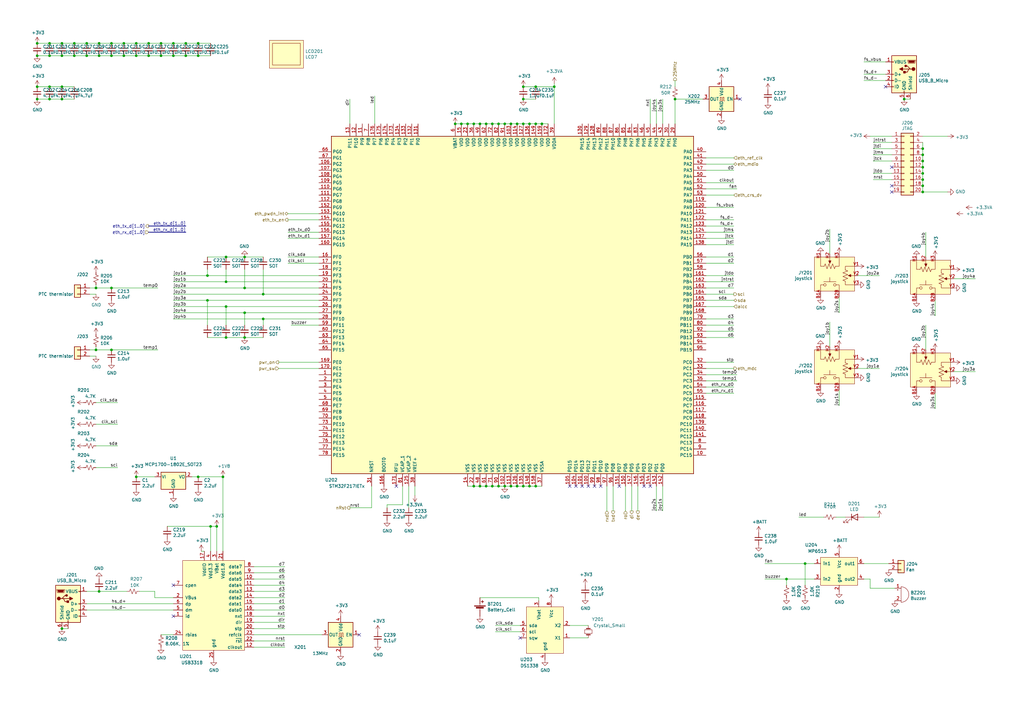
<source format=kicad_sch>
(kicad_sch (version 20210621) (generator eeschema)
  (paper "A3")
  (lib_symbols
    (symbol "Connector:USB_B_Micro" (pin_names (offset 1.016))
      (property "Reference" "J" (at -5.08 11.43 0))
      (property "Value" "USB_B_Micro" (at -5.08 8.89 0))
      (symbol "USB_B_Micro_1_1"
        (pin power_out line (at 7.62 5.08 180) (length 2.54) (name "VBUS") (number "1"))
        (pin bidirectional line (at 7.62 -2.54 180) (length 2.54) (name "D-") (number "2"))
        (pin bidirectional line (at 7.62 0 180) (length 2.54) (name "D+") (number "3"))
        (pin passive line (at 7.62 -5.08 180) (length 2.54) (name "ID") (number "4"))
        (pin power_out line (at 0 -10.16 90) (length 2.54) (name "GND") (number "5"))
        (pin passive line (at -2.54 -10.16 90) (length 2.54) (name "Shield") (number "6"))
      )
    )
    (symbol "Connector_Generic:Conn_01x02" (pin_names (offset 1.016) hide)
      (property "Reference" "J" (at 0 2.54 0))
      (property "Value" "Conn_01x02" (at 0 -5.08 0))
      (symbol "Conn_01x02_1_1"
        (pin passive line (at -5.08 0 0) (length 3.81) (name "Pin_1") (number "1"))
        (pin passive line (at -5.08 -2.54 0) (length 3.81) (name "Pin_2") (number "2"))
      )
    )
    (symbol "Connector_Generic:Conn_02x10_Odd_Even" (pin_names (offset 1.016) hide)
      (property "Reference" "J" (at 1.27 12.7 0))
      (property "Value" "Conn_02x10_Odd_Even" (at 1.27 -15.24 0))
      (symbol "Conn_02x10_Odd_Even_1_1"
        (pin passive line (at -5.08 10.16 0) (length 3.81) (name "Pin_1") (number "1"))
        (pin passive line (at 7.62 0 180) (length 3.81) (name "Pin_10") (number "10"))
        (pin passive line (at -5.08 -2.54 0) (length 3.81) (name "Pin_11") (number "11"))
        (pin passive line (at 7.62 -2.54 180) (length 3.81) (name "Pin_12") (number "12"))
        (pin passive line (at -5.08 -5.08 0) (length 3.81) (name "Pin_13") (number "13"))
        (pin passive line (at 7.62 -5.08 180) (length 3.81) (name "Pin_14") (number "14"))
        (pin passive line (at -5.08 -7.62 0) (length 3.81) (name "Pin_15") (number "15"))
        (pin passive line (at 7.62 -7.62 180) (length 3.81) (name "Pin_16") (number "16"))
        (pin passive line (at -5.08 -10.16 0) (length 3.81) (name "Pin_17") (number "17"))
        (pin passive line (at 7.62 -10.16 180) (length 3.81) (name "Pin_18") (number "18"))
        (pin passive line (at -5.08 -12.7 0) (length 3.81) (name "Pin_19") (number "19"))
        (pin passive line (at 7.62 10.16 180) (length 3.81) (name "Pin_2") (number "2"))
        (pin passive line (at 7.62 -12.7 180) (length 3.81) (name "Pin_20") (number "20"))
        (pin passive line (at -5.08 7.62 0) (length 3.81) (name "Pin_3") (number "3"))
        (pin passive line (at 7.62 7.62 180) (length 3.81) (name "Pin_4") (number "4"))
        (pin passive line (at -5.08 5.08 0) (length 3.81) (name "Pin_5") (number "5"))
        (pin passive line (at 7.62 5.08 180) (length 3.81) (name "Pin_6") (number "6"))
        (pin passive line (at -5.08 2.54 0) (length 3.81) (name "Pin_7") (number "7"))
        (pin passive line (at 7.62 2.54 180) (length 3.81) (name "Pin_8") (number "8"))
        (pin passive line (at -5.08 0 0) (length 3.81) (name "Pin_9") (number "9"))
      )
    )
    (symbol "Device:Battery_Cell" (pin_numbers hide) (pin_names (offset 0) hide)
      (property "Reference" "BT" (at 2.54 2.54 0))
      (property "Value" "Battery_Cell" (at 2.54 0 0))
      (symbol "Battery_Cell_1_1"
        (pin passive line (at 0 5.08 270) (length 2.54) (name "+") (number "1"))
        (pin passive line (at 0 -2.54 90) (length 2.54) (name "-") (number "2"))
      )
    )
    (symbol "Device:Buzzer" (pin_names (offset 0.0254) hide)
      (property "Reference" "BZ" (at 3.81 1.27 0))
      (property "Value" "Buzzer" (at 3.81 -1.27 0))
      (symbol "Buzzer_1_1"
        (pin passive line (at -2.54 2.54 0) (length 2.54) (name "-") (number "1"))
        (pin passive line (at -2.54 -2.54 0) (length 2.54) (name "+") (number "2"))
      )
    )
    (symbol "Device:C_Small" (pin_numbers hide) (pin_names (offset 0.254) hide)
      (property "Reference" "C" (at 0.254 1.778 0))
      (property "Value" "C_Small" (at 0.254 -2.032 0))
      (symbol "C_Small_1_1"
        (pin passive line (at 0 2.54 270) (length 2.032) (name "~") (number "1"))
        (pin passive line (at 0 -2.54 90) (length 2.032) (name "~") (number "2"))
      )
    )
    (symbol "Device:Crystal_Small" (pin_numbers hide) (pin_names (offset 1.016) hide)
      (property "Reference" "Y" (at 0 2.54 0))
      (property "Value" "Crystal_Small" (at 0 -2.54 0))
      (symbol "Crystal_Small_1_1"
        (pin passive line (at -2.54 0 0) (length 1.27) (name "1") (number "1"))
        (pin passive line (at 2.54 0 180) (length 1.27) (name "2") (number "2"))
      )
    )
    (symbol "Device:LED" (pin_numbers hide) (pin_names (offset 1.016) hide)
      (property "Reference" "D" (at 0 2.54 0))
      (property "Value" "LED" (at 0 -2.54 0))
      (symbol "LED_1_1"
        (pin passive line (at -3.81 0 0) (length 2.54) (name "K") (number "1"))
        (pin passive line (at 3.81 0 180) (length 2.54) (name "A") (number "2"))
      )
    )
    (symbol "Device:R_Small_US" (pin_numbers hide) (pin_names (offset 0.254) hide)
      (property "Reference" "R" (at 0.762 0.508 0))
      (property "Value" "R_Small_US" (at 0.762 -1.016 0))
      (symbol "R_Small_US_1_1"
        (pin passive line (at 0 2.54 270) (length 1.016) (name "~") (number "1"))
        (pin passive line (at 0 -2.54 90) (length 1.016) (name "~") (number "2"))
      )
    )
    (symbol "Oscillator:ASE-xxxMHz" (pin_names (offset 0.254))
      (property "Reference" "X" (at -5.08 6.35 0))
      (property "Value" "ASE-xxxMHz" (at 1.27 -6.35 0))
      (symbol "ASE-xxxMHz_1_1"
        (pin input line (at -7.62 0 0) (length 2.54) (name "EN") (number "1"))
        (pin power_in line (at 0 -7.62 90) (length 2.54) (name "GND") (number "2"))
        (pin output line (at 7.62 0 180) (length 2.54) (name "OUT") (number "3"))
        (pin power_in line (at 0 7.62 270) (length 2.54) (name "Vdd") (number "4"))
      )
    )
    (symbol "Regulator_Linear:MCP1700-1802E_SOT23" (pin_names (offset 0.254))
      (property "Reference" "U" (at -3.81 3.175 0))
      (property "Value" "MCP1700-1802E_SOT23" (at 0 3.175 0))
      (symbol "MCP1700-1802E_SOT23_1_1"
        (pin power_in line (at 0 -7.62 90) (length 2.54) (name "GND") (number "1"))
        (pin power_out line (at 7.62 0 180) (length 2.54) (name "VO") (number "2"))
        (pin power_in line (at -7.62 0 0) (length 2.54) (name "VI") (number "3"))
      )
    )
    (symbol "power:+1V8" (power) (pin_names (offset 0))
      (property "Value" "+1V8" (at 0 3.556 0))
      (symbol "+1V8_1_1"
        (pin power_in line (at 0 0 90) (length 0) hide (name "+1V8") (number "1"))
      )
    )
    (symbol "power:+3.3V" (power) (pin_names (offset 0))
      (property "Value" "+3.3V" (at 0 3.556 0))
      (symbol "+3.3V_1_1"
        (pin power_in line (at 0 0 90) (length 0) hide (name "+3V3") (number "1"))
      )
    )
    (symbol "power:+3.3VA" (power) (pin_names (offset 0))
      (property "Value" "+3.3VA" (at 0 3.556 0))
      (symbol "+3.3VA_1_1"
        (pin power_in line (at 0 0 90) (length 0) hide (name "+3.3VA") (number "1"))
      )
    )
    (symbol "power:+BATT" (power) (pin_names (offset 0))
      (property "Value" "+BATT" (at 0 3.556 0))
      (symbol "+BATT_1_1"
        (pin power_in line (at 0 0 90) (length 0) hide (name "+BATT") (number "1"))
      )
    )
    (symbol "power:GND" (power) (pin_names (offset 0))
      (property "Value" "GND" (at 0 -3.81 0))
      (symbol "GND_1_1"
        (pin power_in line (at 0 0 270) (length 0) hide (name "GND") (number "1"))
      )
    )
    (symbol "sub_board:DS1338" (pin_names (offset 1.016))
      (property "Reference" "U" (at -7.62 13.97 0))
      (property "Value" "DS1338" (at -5.08 12.7 0))
      (symbol "DS1338_1_1"
        (pin input line (at 12.7 -2.54 180) (length 2.54) (name "X1") (number "1"))
        (pin input line (at 12.7 2.54 180) (length 2.54) (name "X2") (number "2"))
        (pin input line (at 0 12.7 270) (length 2.54) (name "Vbat") (number "3"))
        (pin input line (at 2.54 -11.43 90) (length 2.54) (name "gnd") (number "4"))
        (pin input line (at -7.62 2.54 0) (length 2.54) (name "sda") (number "5"))
        (pin input line (at -7.62 0 0) (length 2.54) (name "scl") (number "6"))
        (pin input line (at -7.62 -2.54 0) (length 2.54) (name "sqw") (number "7"))
        (pin input line (at 5.08 12.7 270) (length 2.54) (name "Vcc") (number "8"))
      )
    )
    (symbol "sub_board:LCD7" (pin_names (offset 1.016))
      (property "Reference" "LCD" (at -11.43 19.05 0))
      (property "Value" "LCD7" (at -10.16 15.24 0))
    )
    (symbol "sub_board:MPS6513" (pin_names (offset 1.016))
      (property "Reference" "U" (at -11.43 17.78 0))
      (property "Value" "MPS6513" (at -7.62 15.24 0))
      (symbol "MPS6513_1_1"
        (pin input line (at -10.16 5.08 0) (length 2.54) (name "in1") (number "1"))
        (pin input line (at 0 -6.35 90) (length 2.54) (name "gnd") (number "2"))
        (pin input line (at -10.16 -1.27 0) (length 2.54) (name "in2") (number "3"))
        (pin input line (at 10.16 -1.27 180) (length 2.54) (name "out2") (number "4"))
        (pin input line (at 0 10.16 270) (length 2.54) (name "Vcc") (number "5"))
        (pin input line (at 10.16 5.08 180) (length 2.54) (name "out1") (number "6"))
      )
    )
    (symbol "sub_board:STM32F217IETx"
      (property "Reference" "U" (at -85.09 66.04 0))
      (property "Value" "STM32F217IETx" (at -85.09 63.5 0))
      (symbol "STM32F217IETx_1_1"
        (pin bidirectional line (at -78.74 -38.1 0) (length 5.08) (name "PE2") (number "1"))
        (pin bidirectional line (at 80.01 -71.12 180) (length 5.08) (name "PC15") (number "10"))
        (pin bidirectional line (at 31.75 -83.82 90) (length 5.08) (name "PD12") (number "100"))
        (pin bidirectional line (at 29.21 -83.82 90) (length 5.08) (name "PD13") (number "101"))
        (pin power_in line (at -2.54 -83.82 90) (length 5.08) (name "VSS") (number "102"))
        (pin power_in line (at 0 64.77 270) (length 5.08) (name "VDD") (number "103"))
        (pin bidirectional line (at 26.67 -83.82 90) (length 5.08) (name "PD14") (number "104"))
        (pin bidirectional line (at 24.13 -83.82 90) (length 5.08) (name "PD15") (number "105"))
        (pin bidirectional line (at -78.74 48.26 0) (length 5.08) (name "PG2") (number "106"))
        (pin bidirectional line (at -78.74 45.72 0) (length 5.08) (name "PG3") (number "107"))
        (pin bidirectional line (at -78.74 43.18 0) (length 5.08) (name "PG4") (number "108"))
        (pin bidirectional line (at -78.74 40.64 0) (length 5.08) (name "PG5") (number "109"))
        (pin bidirectional line (at -60.96 64.77 270) (length 5.08) (name "PI9") (number "11"))
        (pin bidirectional line (at -78.74 38.1 0) (length 5.08) (name "PG6") (number "110"))
        (pin bidirectional line (at -78.74 35.56 0) (length 5.08) (name "PG7") (number "111"))
        (pin bidirectional line (at -78.74 33.02 0) (length 5.08) (name "PG8") (number "112"))
        (pin power_in line (at 0 -83.82 90) (length 5.08) (name "VSS") (number "113"))
        (pin power_in line (at 2.54 64.77 270) (length 5.08) (name "VDD") (number "114"))
        (pin bidirectional line (at 80.01 -48.26 180) (length 5.08) (name "PC6") (number "115"))
        (pin bidirectional line (at 80.01 -50.8 180) (length 5.08) (name "PC7") (number "116"))
        (pin bidirectional line (at 80.01 -53.34 180) (length 5.08) (name "PC8") (number "117"))
        (pin bidirectional line (at 80.01 -55.88 180) (length 5.08) (name "PC9") (number "118"))
        (pin bidirectional line (at 80.01 33.02 180) (length 5.08) (name "PA8") (number "119"))
        (pin bidirectional line (at -63.5 64.77 270) (length 5.08) (name "PI10") (number "12"))
        (pin bidirectional line (at 80.01 30.48 180) (length 5.08) (name "PA9") (number "120"))
        (pin bidirectional line (at 80.01 27.94 180) (length 5.08) (name "PA10") (number "121"))
        (pin bidirectional line (at 80.01 25.4 180) (length 5.08) (name "PA11") (number "122"))
        (pin bidirectional line (at 80.01 22.86 180) (length 5.08) (name "PA12") (number "123"))
        (pin bidirectional line (at 80.01 20.32 180) (length 5.08) (name "PA13") (number "124"))
        (pin power_in line (at -41.91 -83.82 90) (length 5.08) (name "VCAP_2") (number "125"))
        (pin power_in line (at 2.54 -83.82 90) (length 5.08) (name "VSS") (number "126"))
        (pin power_in line (at 5.08 64.77 270) (length 5.08) (name "VDD") (number "127"))
        (pin bidirectional line (at 34.29 64.77 270) (length 5.08) (name "PH13") (number "128"))
        (pin bidirectional line (at 31.75 64.77 270) (length 5.08) (name "PH14") (number "129"))
        (pin bidirectional line (at -66.04 64.77 270) (length 5.08) (name "PI11") (number "13"))
        (pin bidirectional line (at 29.21 64.77 270) (length 5.08) (name "PH15") (number "130"))
        (pin bidirectional line (at -38.1 64.77 270) (length 5.08) (name "PI0") (number "131"))
        (pin bidirectional line (at -40.64 64.77 270) (length 5.08) (name "PI1") (number "132"))
        (pin bidirectional line (at -43.18 64.77 270) (length 5.08) (name "PI2") (number "133"))
        (pin bidirectional line (at -45.72 64.77 270) (length 5.08) (name "PI3") (number "134"))
        (pin power_in line (at 5.08 -83.82 90) (length 5.08) (name "VSS") (number "135"))
        (pin power_in line (at 7.62 64.77 270) (length 5.08) (name "VDD") (number "136"))
        (pin bidirectional line (at 80.01 17.78 180) (length 5.08) (name "PA14") (number "137"))
        (pin bidirectional line (at 80.01 15.24 180) (length 5.08) (name "PA15") (number "138"))
        (pin bidirectional line (at 80.01 -58.42 180) (length 5.08) (name "PC10") (number "139"))
        (pin power_in line (at -17.78 -83.82 90) (length 5.08) (name "VSS") (number "14"))
        (pin bidirectional line (at 80.01 -60.96 180) (length 5.08) (name "PC11") (number "140"))
        (pin bidirectional line (at 80.01 -63.5 180) (length 5.08) (name "PC12") (number "141"))
        (pin bidirectional line (at 62.23 -83.82 90) (length 5.08) (name "PD0") (number "142"))
        (pin bidirectional line (at 59.69 -83.82 90) (length 5.08) (name "PD1") (number "143"))
        (pin bidirectional line (at 57.15 -83.82 90) (length 5.08) (name "PD2") (number "144"))
        (pin bidirectional line (at 54.61 -83.82 90) (length 5.08) (name "PD3") (number "145"))
        (pin bidirectional line (at 52.07 -83.82 90) (length 5.08) (name "PD4") (number "146"))
        (pin bidirectional line (at 49.53 -83.82 90) (length 5.08) (name "PD5") (number "147"))
        (pin power_in line (at 7.62 -83.82 90) (length 5.08) (name "VSS") (number "148"))
        (pin power_in line (at 10.16 64.77 270) (length 5.08) (name "VDD") (number "149"))
        (pin power_in line (at -20.32 64.77 270) (length 5.08) (name "VDD") (number "15"))
        (pin bidirectional line (at 46.99 -83.82 90) (length 5.08) (name "PD6") (number "150"))
        (pin bidirectional line (at 44.45 -83.82 90) (length 5.08) (name "PD7") (number "151"))
        (pin bidirectional line (at -78.74 30.48 0) (length 5.08) (name "PG9") (number "152"))
        (pin bidirectional line (at -78.74 27.94 0) (length 5.08) (name "PG10") (number "153"))
        (pin bidirectional line (at -78.74 25.4 0) (length 5.08) (name "PG11") (number "154"))
        (pin bidirectional line (at -78.74 22.86 0) (length 5.08) (name "PG12") (number "155"))
        (pin bidirectional line (at -78.74 20.32 0) (length 5.08) (name "PG13") (number "156"))
        (pin bidirectional line (at -78.74 17.78 0) (length 5.08) (name "PG14") (number "157"))
        (pin power_in line (at 10.16 -83.82 90) (length 5.08) (name "VSS") (number "158"))
        (pin power_in line (at 12.7 64.77 270) (length 5.08) (name "VDD") (number "159"))
        (pin bidirectional line (at -78.74 10.16 0) (length 5.08) (name "PF0") (number "16"))
        (pin bidirectional line (at -78.74 15.24 0) (length 5.08) (name "PG15") (number "160"))
        (pin bidirectional line (at 80.01 2.54 180) (length 5.08) (name "PB3") (number "161"))
        (pin bidirectional line (at 80.01 0 180) (length 5.08) (name "PB4") (number "162"))
        (pin bidirectional line (at 80.01 -2.54 180) (length 5.08) (name "PB5") (number "163"))
        (pin bidirectional line (at 80.01 -5.08 180) (length 5.08) (name "PB6") (number "164"))
        (pin bidirectional line (at 80.01 -7.62 180) (length 5.08) (name "PB7") (number "165"))
        (pin input line (at -52.07 -83.82 90) (length 5.08) (name "BOOT0") (number "166"))
        (pin bidirectional line (at 80.01 -10.16 180) (length 5.08) (name "PB8") (number "167"))
        (pin bidirectional line (at 80.01 -12.7 180) (length 5.08) (name "PB9") (number "168"))
        (pin bidirectional line (at -78.74 -33.02 0) (length 5.08) (name "PE0") (number "169"))
        (pin bidirectional line (at -78.74 7.62 0) (length 5.08) (name "PF1") (number "17"))
        (pin bidirectional line (at -78.74 -35.56 0) (length 5.08) (name "PE1") (number "170"))
        (pin power_in line (at -46.99 -83.82 90) (length 5.08) (name "RFU") (number "171"))
        (pin power_in line (at 15.24 64.77 270) (length 5.08) (name "VDD") (number "172"))
        (pin bidirectional line (at -48.26 64.77 270) (length 5.08) (name "PI4") (number "173"))
        (pin bidirectional line (at -50.8 64.77 270) (length 5.08) (name "PI5") (number "174"))
        (pin bidirectional line (at -53.34 64.77 270) (length 5.08) (name "PI6") (number "175"))
        (pin bidirectional line (at -55.88 64.77 270) (length 5.08) (name "PI7") (number "176"))
        (pin bidirectional line (at -78.74 5.08 0) (length 5.08) (name "PF2") (number "18"))
        (pin bidirectional line (at -78.74 2.54 0) (length 5.08) (name "PF3") (number "19"))
        (pin bidirectional line (at -78.74 -40.64 0) (length 5.08) (name "PE3") (number "2"))
        (pin bidirectional line (at -78.74 0 0) (length 5.08) (name "PF4") (number "20"))
        (pin bidirectional line (at -78.74 -2.54 0) (length 5.08) (name "PF5") (number "21"))
        (pin power_in line (at -15.24 -83.82 90) (length 5.08) (name "VSS") (number "22"))
        (pin power_in line (at -17.78 64.77 270) (length 5.08) (name "VDD") (number "23"))
        (pin bidirectional line (at -78.74 -5.08 0) (length 5.08) (name "PF6") (number "24"))
        (pin bidirectional line (at -78.74 -7.62 0) (length 5.08) (name "PF7") (number "25"))
        (pin bidirectional line (at -78.74 -10.16 0) (length 5.08) (name "PF8") (number "26"))
        (pin bidirectional line (at -78.74 -12.7 0) (length 5.08) (name "PF9") (number "27"))
        (pin bidirectional line (at -78.74 -15.24 0) (length 5.08) (name "PF10") (number "28"))
        (pin input line (at 67.31 64.77 270) (length 5.08) (name "PH0") (number "29"))
        (pin bidirectional line (at -78.74 -43.18 0) (length 5.08) (name "PE4") (number "3"))
        (pin input line (at 64.77 64.77 270) (length 5.08) (name "PH1") (number "30"))
        (pin input line (at -57.15 -83.82 90) (length 5.08) (name "NRST") (number "31"))
        (pin bidirectional line (at 80.01 -33.02 180) (length 5.08) (name "PC0") (number "32"))
        (pin bidirectional line (at 80.01 -35.56 180) (length 5.08) (name "PC1") (number "33"))
        (pin bidirectional line (at 80.01 -38.1 180) (length 5.08) (name "PC2") (number "34"))
        (pin bidirectional line (at 80.01 -40.64 180) (length 5.08) (name "PC3") (number "35"))
        (pin power_in line (at -15.24 64.77 270) (length 5.08) (name "VDD") (number "36"))
        (pin power_in line (at 12.7 -83.82 90) (length 5.08) (name "VSSA") (number "37"))
        (pin power_in line (at -39.37 -83.82 90) (length 5.08) (name "VREF+") (number "38"))
        (pin power_in line (at 17.78 64.77 270) (length 5.08) (name "VDDA") (number "39"))
        (pin bidirectional line (at -78.74 -45.72 0) (length 5.08) (name "PE5") (number "4"))
        (pin bidirectional line (at 80.01 53.34 180) (length 5.08) (name "PA0") (number "40"))
        (pin bidirectional line (at 80.01 50.8 180) (length 5.08) (name "PA1") (number "41"))
        (pin bidirectional line (at 80.01 48.26 180) (length 5.08) (name "PA2") (number "42"))
        (pin bidirectional line (at 62.23 64.77 270) (length 5.08) (name "PH2") (number "43"))
        (pin bidirectional line (at 59.69 64.77 270) (length 5.08) (name "PH3") (number "44"))
        (pin bidirectional line (at 57.15 64.77 270) (length 5.08) (name "PH4") (number "45"))
        (pin bidirectional line (at 54.61 64.77 270) (length 5.08) (name "PH5") (number "46"))
        (pin bidirectional line (at 80.01 45.72 180) (length 5.08) (name "PA3") (number "47"))
        (pin power_in line (at -12.7 -83.82 90) (length 5.08) (name "VSS") (number "48"))
        (pin power_in line (at -12.7 64.77 270) (length 5.08) (name "VDD") (number "49"))
        (pin bidirectional line (at -78.74 -48.26 0) (length 5.08) (name "PE6") (number "5"))
        (pin bidirectional line (at 80.01 43.18 180) (length 5.08) (name "PA4") (number "50"))
        (pin bidirectional line (at 80.01 40.64 180) (length 5.08) (name "PA5") (number "51"))
        (pin bidirectional line (at 80.01 38.1 180) (length 5.08) (name "PA6") (number "52"))
        (pin bidirectional line (at 80.01 35.56 180) (length 5.08) (name "PA7") (number "53"))
        (pin bidirectional line (at 80.01 -43.18 180) (length 5.08) (name "PC4") (number "54"))
        (pin bidirectional line (at 80.01 -45.72 180) (length 5.08) (name "PC5") (number "55"))
        (pin bidirectional line (at 80.01 10.16 180) (length 5.08) (name "PB0") (number "56"))
        (pin bidirectional line (at 80.01 7.62 180) (length 5.08) (name "PB1") (number "57"))
        (pin bidirectional line (at 80.01 5.08 180) (length 5.08) (name "PB2") (number "58"))
        (pin bidirectional line (at -78.74 -17.78 0) (length 5.08) (name "PF11") (number "59"))
        (pin power_in line (at -22.86 64.77 270) (length 5.08) (name "VBAT") (number "6"))
        (pin bidirectional line (at -78.74 -20.32 0) (length 5.08) (name "PF12") (number "60"))
        (pin power_in line (at -10.16 -83.82 90) (length 5.08) (name "VSS") (number "61"))
        (pin power_in line (at -10.16 64.77 270) (length 5.08) (name "VDD") (number "62"))
        (pin bidirectional line (at -78.74 -22.86 0) (length 5.08) (name "PF13") (number "63"))
        (pin bidirectional line (at -78.74 -25.4 0) (length 5.08) (name "PF14") (number "64"))
        (pin bidirectional line (at -78.74 -27.94 0) (length 5.08) (name "PF15") (number "65"))
        (pin bidirectional line (at -78.74 53.34 0) (length 5.08) (name "PG0") (number "66"))
        (pin bidirectional line (at -78.74 50.8 0) (length 5.08) (name "PG1") (number "67"))
        (pin bidirectional line (at -78.74 -50.8 0) (length 5.08) (name "PE7") (number "68"))
        (pin bidirectional line (at -78.74 -53.34 0) (length 5.08) (name "PE8") (number "69"))
        (pin bidirectional line (at -58.42 64.77 270) (length 5.08) (name "PI8") (number "7"))
        (pin bidirectional line (at -78.74 -55.88 0) (length 5.08) (name "PE9") (number "70"))
        (pin power_in line (at -7.62 -83.82 90) (length 5.08) (name "VSS") (number "71"))
        (pin power_in line (at -7.62 64.77 270) (length 5.08) (name "VDD") (number "72"))
        (pin bidirectional line (at -78.74 -58.42 0) (length 5.08) (name "PE10") (number "73"))
        (pin bidirectional line (at -78.74 -60.96 0) (length 5.08) (name "PE11") (number "74"))
        (pin bidirectional line (at -78.74 -63.5 0) (length 5.08) (name "PE12") (number "75"))
        (pin bidirectional line (at -78.74 -66.04 0) (length 5.08) (name "PE13") (number "76"))
        (pin bidirectional line (at -78.74 -68.58 0) (length 5.08) (name "PE14") (number "77"))
        (pin bidirectional line (at -78.74 -71.12 0) (length 5.08) (name "PE15") (number "78"))
        (pin bidirectional line (at 80.01 -15.24 180) (length 5.08) (name "PB10") (number "79"))
        (pin bidirectional line (at 80.01 -66.04 180) (length 5.08) (name "PC13") (number "8"))
        (pin bidirectional line (at 80.01 -17.78 180) (length 5.08) (name "PB11") (number "80"))
        (pin power_in line (at -44.45 -83.82 90) (length 5.08) (name "VCAP_1") (number "81"))
        (pin power_in line (at -5.08 64.77 270) (length 5.08) (name "VDD") (number "82"))
        (pin bidirectional line (at 52.07 64.77 270) (length 5.08) (name "PH6") (number "83"))
        (pin bidirectional line (at 49.53 64.77 270) (length 5.08) (name "PH7") (number "84"))
        (pin bidirectional line (at 46.99 64.77 270) (length 5.08) (name "PH8") (number "85"))
        (pin bidirectional line (at 44.45 64.77 270) (length 5.08) (name "PH9") (number "86"))
        (pin bidirectional line (at 41.91 64.77 270) (length 5.08) (name "PH10") (number "87"))
        (pin bidirectional line (at 39.37 64.77 270) (length 5.08) (name "PH11") (number "88"))
        (pin bidirectional line (at 36.83 64.77 270) (length 5.08) (name "PH12") (number "89"))
        (pin bidirectional line (at 80.01 -68.58 180) (length 5.08) (name "PC14") (number "9"))
        (pin power_in line (at -5.08 -83.82 90) (length 5.08) (name "VSS") (number "90"))
        (pin power_in line (at -2.54 64.77 270) (length 5.08) (name "VDD") (number "91"))
        (pin bidirectional line (at 80.01 -20.32 180) (length 5.08) (name "PB12") (number "92"))
        (pin bidirectional line (at 80.01 -22.86 180) (length 5.08) (name "PB13") (number "93"))
        (pin bidirectional line (at 80.01 -25.4 180) (length 5.08) (name "PB14") (number "94"))
        (pin bidirectional line (at 80.01 -27.94 180) (length 5.08) (name "PB15") (number "95"))
        (pin bidirectional line (at 41.91 -83.82 90) (length 5.08) (name "PD8") (number "96"))
        (pin bidirectional line (at 39.37 -83.82 90) (length 5.08) (name "PD9") (number "97"))
        (pin bidirectional line (at 36.83 -83.82 90) (length 5.08) (name "PD10") (number "98"))
        (pin bidirectional line (at 34.29 -83.82 90) (length 5.08) (name "PD11") (number "99"))
      )
    )
    (symbol "sub_board:USB3318" (pin_names (offset 1.016))
      (property "Reference" "U" (at -13.97 16.51 0))
      (property "Value" "USB3318" (at -10.16 13.97 0))
      (symbol "USB3318_1_1"
        (pin passive line (at -16.51 -12.7 0) (length 3.81) (name "id") (number "1"))
        (pin passive line (at 16.51 2.54 180) (length 3.81) (name "data5") (number "10"))
        (pin passive line (at 16.51 0 180) (length 3.81) (name "data4") (number "11"))
        (pin passive line (at 16.51 -25.4 180) (length 3.81) (name "clkout") (number "12"))
        (pin passive line (at 16.51 -2.54 180) (length 3.81) (name "data3") (number "13"))
        (pin passive line (at 16.51 -5.08 180) (length 3.81) (name "data2") (number "14"))
        (pin passive line (at 16.51 -7.62 180) (length 3.81) (name "data1") (number "15"))
        (pin passive line (at 16.51 -10.16 180) (length 3.81) (name "data0") (number "16"))
        (pin passive line (at -3.81 13.97 270) (length 3.81) (name "VddIO") (number "17"))
        (pin passive line (at 16.51 -12.7 180) (length 3.81) (name "nxt") (number "18"))
        (pin passive line (at 16.51 -15.24 180) (length 3.81) (name "dir") (number "19"))
        (pin passive line (at -16.51 -5.08 0) (length 3.81) (name "VBus") (number "2"))
        (pin passive line (at 16.51 -17.78 180) (length 3.81) (name "stp") (number "20"))
        (pin passive line (at 3.81 13.97 270) (length 3.81) (name "Vdd1.8") (number "21"))
        (pin passive line (at 16.51 -22.86 180) (length 3.81) (name "~{rst}") (number "22"))
        (pin passive line (at 16.51 -20.32 180) (length 3.81) (name "refclk") (number "23"))
        (pin passive line (at -16.51 -20.32 0) (length 3.81) (name "rbias") (number "24"))
        (pin passive line (at 0 -30.48 90) (length 3.81) (name "gnd") (number "25"))
        (pin passive line (at 1.27 13.97 270) (length 3.81) (name "VBat~{}") (number "3"))
        (pin passive line (at -1.27 13.97 270) (length 3.81) (name "Vdd3.3") (number "4"))
        (pin passive line (at -16.51 -10.16 0) (length 3.81) (name "dm") (number "5"))
        (pin passive line (at -16.51 -7.62 0) (length 3.81) (name "dp") (number "6"))
        (pin passive line (at -16.51 0 0) (length 3.81) (name "cpen") (number "7"))
        (pin passive line (at 16.51 7.62 180) (length 3.81) (name "data7") (number "8"))
        (pin passive line (at 16.51 5.08 180) (length 3.81) (name "data6") (number "9"))
      )
    )
    (symbol "sub_board:joystick" (pin_names (offset 1.016))
      (property "Reference" "JY" (at -8.89 17.78 0))
      (property "Value" "joystick" (at -6.35 15.24 0))
      (symbol "joystick_1_1"
        (pin passive line (at -6.35 -12.7 90) (length 2.54) (name "~") (number "B1A"))
        (pin passive line (at 1.27 -12.7 90) (length 2.54) (name "~") (number "B2B"))
        (pin passive line (at -6.35 5.08 270) (length 1.27) (name "~") (number "H1"))
        (pin passive line (at -2.54 5.08 270) (length 1.27) (name "~") (number "H2"))
        (pin passive line (at 1.27 5.08 270) (length 1.27) (name "~") (number "H3"))
        (pin passive line (at 8.89 0 180) (length 1.27) (name "~") (number "V1"))
        (pin passive line (at 8.89 -3.81 180) (length 1.27) (name "~") (number "V2"))
        (pin passive line (at 8.89 -7.62 180) (length 1.27) (name "~") (number "V3"))
      )
    )
  )
  (junction (at 15.24 17.78))
  (junction (at 15.24 22.86))
  (junction (at 15.24 35.56))
  (junction (at 15.24 40.64))
  (junction (at 20.32 17.78))
  (junction (at 20.32 22.86))
  (junction (at 20.32 35.56))
  (junction (at 20.32 40.64))
  (junction (at 25.4 17.78))
  (junction (at 25.4 22.86))
  (junction (at 25.4 35.56))
  (junction (at 25.4 40.64))
  (junction (at 25.4 257.81))
  (junction (at 30.48 17.78))
  (junction (at 30.48 22.86))
  (junction (at 35.56 17.78))
  (junction (at 35.56 22.86))
  (junction (at 39.37 118.11))
  (junction (at 39.37 143.51))
  (junction (at 40.64 17.78))
  (junction (at 40.64 22.86))
  (junction (at 40.64 242.57))
  (junction (at 45.72 17.78))
  (junction (at 45.72 22.86))
  (junction (at 45.72 118.11))
  (junction (at 45.72 143.51))
  (junction (at 50.8 17.78))
  (junction (at 50.8 22.86))
  (junction (at 55.88 17.78))
  (junction (at 55.88 22.86))
  (junction (at 55.88 195.58))
  (junction (at 60.96 17.78))
  (junction (at 60.96 22.86))
  (junction (at 66.04 17.78))
  (junction (at 66.04 22.86))
  (junction (at 71.12 17.78))
  (junction (at 71.12 22.86))
  (junction (at 76.2 17.78))
  (junction (at 76.2 22.86))
  (junction (at 81.28 17.78))
  (junction (at 81.28 22.86))
  (junction (at 81.28 195.58))
  (junction (at 85.09 113.03))
  (junction (at 85.09 123.19))
  (junction (at 86.36 215.9))
  (junction (at 88.9 215.9))
  (junction (at 91.44 195.58))
  (junction (at 92.71 105.41))
  (junction (at 92.71 115.57))
  (junction (at 92.71 125.73))
  (junction (at 92.71 138.43))
  (junction (at 100.33 105.41))
  (junction (at 100.33 118.11))
  (junction (at 100.33 128.27))
  (junction (at 100.33 138.43))
  (junction (at 107.95 120.65))
  (junction (at 107.95 130.81))
  (junction (at 186.69 50.8))
  (junction (at 189.23 50.8))
  (junction (at 191.77 50.8))
  (junction (at 194.31 50.8))
  (junction (at 194.31 199.39))
  (junction (at 196.85 50.8))
  (junction (at 196.85 199.39))
  (junction (at 199.39 50.8))
  (junction (at 199.39 199.39))
  (junction (at 201.93 50.8))
  (junction (at 201.93 199.39))
  (junction (at 204.47 50.8))
  (junction (at 204.47 199.39))
  (junction (at 207.01 50.8))
  (junction (at 207.01 199.39))
  (junction (at 209.55 50.8))
  (junction (at 209.55 199.39))
  (junction (at 212.09 50.8))
  (junction (at 212.09 199.39))
  (junction (at 214.63 35.56))
  (junction (at 214.63 40.64))
  (junction (at 214.63 50.8))
  (junction (at 214.63 199.39))
  (junction (at 217.17 50.8))
  (junction (at 217.17 199.39))
  (junction (at 219.71 35.56))
  (junction (at 219.71 50.8))
  (junction (at 219.71 199.39))
  (junction (at 222.25 50.8))
  (junction (at 227.33 35.56))
  (junction (at 276.86 40.64))
  (junction (at 322.58 237.49))
  (junction (at 330.2 231.14))
  (junction (at 370.84 40.64))
  (junction (at 378.46 60.96))
  (junction (at 378.46 63.5))
  (junction (at 378.46 66.04))
  (junction (at 378.46 68.58))
  (junction (at 378.46 71.12))
  (junction (at 378.46 73.66))
  (junction (at 378.46 76.2))
  (junction (at 378.46 78.74))
  (no_connect (at 71.12 240.03))
  (no_connect (at 71.12 252.73))
  (no_connect (at 147.32 260.35))
  (no_connect (at 162.56 199.39))
  (no_connect (at 213.36 261.62))
  (no_connect (at 233.68 199.39))
  (no_connect (at 236.22 199.39))
  (no_connect (at 238.76 199.39))
  (no_connect (at 241.3 199.39))
  (no_connect (at 243.84 199.39))
  (no_connect (at 246.38 199.39))
  (no_connect (at 254 199.39))
  (no_connect (at 264.16 199.39))
  (no_connect (at 266.7 199.39))
  (no_connect (at 303.53 40.64))
  (no_connect (at 363.22 35.56))
  (no_connect (at 365.76 68.58))
  (no_connect (at 365.76 76.2))
  (no_connect (at 365.76 78.74))
  (wire (pts (xy 15.24 22.86) (xy 20.32 22.86)))
  (wire (pts (xy 15.24 35.56) (xy 20.32 35.56)))
  (wire (pts (xy 15.24 40.64) (xy 20.32 40.64)))
  (wire (pts (xy 20.32 17.78) (xy 15.24 17.78)))
  (wire (pts (xy 20.32 22.86) (xy 25.4 22.86)))
  (wire (pts (xy 20.32 35.56) (xy 25.4 35.56)))
  (wire (pts (xy 20.32 40.64) (xy 25.4 40.64)))
  (wire (pts (xy 25.4 17.78) (xy 20.32 17.78)))
  (wire (pts (xy 25.4 22.86) (xy 30.48 22.86)))
  (wire (pts (xy 25.4 35.56) (xy 30.48 35.56)))
  (wire (pts (xy 25.4 40.64) (xy 30.48 40.64)))
  (wire (pts (xy 25.4 257.81) (xy 27.94 257.81)))
  (wire (pts (xy 30.48 17.78) (xy 25.4 17.78)))
  (wire (pts (xy 30.48 22.86) (xy 35.56 22.86)))
  (wire (pts (xy 35.56 17.78) (xy 30.48 17.78)))
  (wire (pts (xy 35.56 22.86) (xy 40.64 22.86)))
  (wire (pts (xy 35.56 242.57) (xy 40.64 242.57)))
  (wire (pts (xy 35.56 247.65) (xy 71.12 247.65)))
  (wire (pts (xy 35.56 250.19) (xy 71.12 250.19)))
  (wire (pts (xy 36.83 118.11) (xy 39.37 118.11)))
  (wire (pts (xy 36.83 120.65) (xy 39.37 120.65)))
  (wire (pts (xy 36.83 143.51) (xy 39.37 143.51)))
  (wire (pts (xy 36.83 146.05) (xy 39.37 146.05)))
  (wire (pts (xy 39.37 116.84) (xy 39.37 118.11)))
  (wire (pts (xy 39.37 118.11) (xy 45.72 118.11)))
  (wire (pts (xy 39.37 142.24) (xy 39.37 143.51)))
  (wire (pts (xy 39.37 143.51) (xy 45.72 143.51)))
  (wire (pts (xy 39.37 165.1) (xy 48.26 165.1)))
  (wire (pts (xy 39.37 173.99) (xy 48.26 173.99)))
  (wire (pts (xy 39.37 182.88) (xy 48.26 182.88)))
  (wire (pts (xy 39.37 191.77) (xy 48.26 191.77)))
  (wire (pts (xy 40.64 17.78) (xy 35.56 17.78)))
  (wire (pts (xy 40.64 22.86) (xy 45.72 22.86)))
  (wire (pts (xy 40.64 242.57) (xy 52.07 242.57)))
  (wire (pts (xy 45.72 17.78) (xy 40.64 17.78)))
  (wire (pts (xy 45.72 22.86) (xy 50.8 22.86)))
  (wire (pts (xy 45.72 118.11) (xy 64.77 118.11)))
  (wire (pts (xy 45.72 143.51) (xy 64.77 143.51)))
  (wire (pts (xy 50.8 17.78) (xy 45.72 17.78)))
  (wire (pts (xy 50.8 22.86) (xy 55.88 22.86)))
  (wire (pts (xy 55.88 17.78) (xy 50.8 17.78)))
  (wire (pts (xy 55.88 22.86) (xy 60.96 22.86)))
  (wire (pts (xy 55.88 195.58) (xy 63.5 195.58)))
  (wire (pts (xy 57.15 242.57) (xy 63.5 242.57)))
  (wire (pts (xy 60.96 17.78) (xy 55.88 17.78)))
  (wire (pts (xy 60.96 22.86) (xy 66.04 22.86)))
  (wire (pts (xy 63.5 242.57) (xy 63.5 245.11)))
  (wire (pts (xy 63.5 245.11) (xy 71.12 245.11)))
  (wire (pts (xy 66.04 17.78) (xy 60.96 17.78)))
  (wire (pts (xy 66.04 22.86) (xy 71.12 22.86)))
  (wire (pts (xy 71.12 17.78) (xy 66.04 17.78)))
  (wire (pts (xy 71.12 22.86) (xy 76.2 22.86)))
  (wire (pts (xy 71.12 113.03) (xy 85.09 113.03)))
  (wire (pts (xy 71.12 115.57) (xy 92.71 115.57)))
  (wire (pts (xy 71.12 118.11) (xy 100.33 118.11)))
  (wire (pts (xy 71.12 120.65) (xy 107.95 120.65)))
  (wire (pts (xy 71.12 123.19) (xy 85.09 123.19)))
  (wire (pts (xy 71.12 125.73) (xy 92.71 125.73)))
  (wire (pts (xy 71.12 128.27) (xy 100.33 128.27)))
  (wire (pts (xy 71.12 130.81) (xy 107.95 130.81)))
  (wire (pts (xy 71.12 260.35) (xy 66.04 260.35)))
  (wire (pts (xy 76.2 17.78) (xy 71.12 17.78)))
  (wire (pts (xy 76.2 22.86) (xy 81.28 22.86)))
  (wire (pts (xy 78.74 195.58) (xy 81.28 195.58)))
  (wire (pts (xy 81.28 17.78) (xy 76.2 17.78)))
  (wire (pts (xy 81.28 22.86) (xy 86.36 22.86)))
  (wire (pts (xy 81.28 195.58) (xy 91.44 195.58)))
  (wire (pts (xy 83.82 226.06) (xy 82.55 226.06)))
  (wire (pts (xy 85.09 110.49) (xy 85.09 113.03)))
  (wire (pts (xy 85.09 113.03) (xy 130.81 113.03)))
  (wire (pts (xy 85.09 123.19) (xy 130.81 123.19)))
  (wire (pts (xy 85.09 133.35) (xy 85.09 123.19)))
  (wire (pts (xy 85.09 138.43) (xy 92.71 138.43)))
  (wire (pts (xy 86.36 17.78) (xy 81.28 17.78)))
  (wire (pts (xy 86.36 215.9) (xy 68.58 215.9)))
  (wire (pts (xy 86.36 215.9) (xy 88.9 215.9)))
  (wire (pts (xy 86.36 226.06) (xy 86.36 215.9)))
  (wire (pts (xy 88.9 215.9) (xy 88.9 226.06)))
  (wire (pts (xy 91.44 195.58) (xy 91.44 226.06)))
  (wire (pts (xy 92.71 105.41) (xy 85.09 105.41)))
  (wire (pts (xy 92.71 110.49) (xy 92.71 115.57)))
  (wire (pts (xy 92.71 115.57) (xy 130.81 115.57)))
  (wire (pts (xy 92.71 125.73) (xy 130.81 125.73)))
  (wire (pts (xy 92.71 133.35) (xy 92.71 125.73)))
  (wire (pts (xy 92.71 138.43) (xy 100.33 138.43)))
  (wire (pts (xy 100.33 105.41) (xy 92.71 105.41)))
  (wire (pts (xy 100.33 110.49) (xy 100.33 118.11)))
  (wire (pts (xy 100.33 118.11) (xy 130.81 118.11)))
  (wire (pts (xy 100.33 128.27) (xy 130.81 128.27)))
  (wire (pts (xy 100.33 133.35) (xy 100.33 128.27)))
  (wire (pts (xy 100.33 138.43) (xy 107.95 138.43)))
  (wire (pts (xy 104.14 232.41) (xy 116.84 232.41)))
  (wire (pts (xy 104.14 234.95) (xy 116.84 234.95)))
  (wire (pts (xy 104.14 237.49) (xy 116.84 237.49)))
  (wire (pts (xy 104.14 240.03) (xy 116.84 240.03)))
  (wire (pts (xy 104.14 242.57) (xy 116.84 242.57)))
  (wire (pts (xy 104.14 245.11) (xy 116.84 245.11)))
  (wire (pts (xy 104.14 247.65) (xy 116.84 247.65)))
  (wire (pts (xy 104.14 250.19) (xy 116.84 250.19)))
  (wire (pts (xy 104.14 252.73) (xy 116.84 252.73)))
  (wire (pts (xy 104.14 255.27) (xy 116.84 255.27)))
  (wire (pts (xy 104.14 257.81) (xy 116.84 257.81)))
  (wire (pts (xy 104.14 260.35) (xy 132.08 260.35)))
  (wire (pts (xy 104.14 262.89) (xy 116.84 262.89)))
  (wire (pts (xy 104.14 265.43) (xy 116.84 265.43)))
  (wire (pts (xy 107.95 105.41) (xy 100.33 105.41)))
  (wire (pts (xy 107.95 110.49) (xy 107.95 120.65)))
  (wire (pts (xy 107.95 120.65) (xy 130.81 120.65)))
  (wire (pts (xy 107.95 130.81) (xy 130.81 130.81)))
  (wire (pts (xy 107.95 133.35) (xy 107.95 130.81)))
  (wire (pts (xy 114.3 151.13) (xy 130.81 151.13)))
  (wire (pts (xy 118.11 87.63) (xy 130.81 87.63)))
  (wire (pts (xy 118.11 97.79) (xy 130.81 97.79)))
  (wire (pts (xy 119.38 133.35) (xy 130.81 133.35)))
  (wire (pts (xy 130.81 90.17) (xy 118.11 90.17)))
  (wire (pts (xy 130.81 95.25) (xy 118.11 95.25)))
  (wire (pts (xy 130.81 105.41) (xy 118.11 105.41)))
  (wire (pts (xy 130.81 107.95) (xy 118.11 107.95)))
  (wire (pts (xy 130.81 148.59) (xy 114.3 148.59)))
  (wire (pts (xy 143.51 50.8) (xy 143.51 40.64)))
  (wire (pts (xy 152.4 199.39) (xy 152.4 208.28)))
  (wire (pts (xy 152.4 208.28) (xy 143.51 208.28)))
  (wire (pts (xy 153.67 50.8) (xy 153.67 39.37)))
  (wire (pts (xy 158.75 207.01) (xy 158.75 208.28)))
  (wire (pts (xy 165.1 199.39) (xy 165.1 207.01)))
  (wire (pts (xy 165.1 207.01) (xy 158.75 207.01)))
  (wire (pts (xy 167.64 208.28) (xy 167.64 199.39)))
  (wire (pts (xy 170.18 203.2) (xy 170.18 199.39)))
  (wire (pts (xy 186.69 50.8) (xy 189.23 50.8)))
  (wire (pts (xy 189.23 50.8) (xy 191.77 50.8)))
  (wire (pts (xy 191.77 50.8) (xy 194.31 50.8)))
  (wire (pts (xy 191.77 199.39) (xy 194.31 199.39)))
  (wire (pts (xy 194.31 50.8) (xy 196.85 50.8)))
  (wire (pts (xy 194.31 199.39) (xy 196.85 199.39)))
  (wire (pts (xy 196.85 50.8) (xy 199.39 50.8)))
  (wire (pts (xy 196.85 199.39) (xy 199.39 199.39)))
  (wire (pts (xy 199.39 50.8) (xy 201.93 50.8)))
  (wire (pts (xy 199.39 199.39) (xy 201.93 199.39)))
  (wire (pts (xy 201.93 50.8) (xy 204.47 50.8)))
  (wire (pts (xy 201.93 199.39) (xy 204.47 199.39)))
  (wire (pts (xy 204.47 50.8) (xy 207.01 50.8)))
  (wire (pts (xy 204.47 199.39) (xy 207.01 199.39)))
  (wire (pts (xy 207.01 50.8) (xy 209.55 50.8)))
  (wire (pts (xy 207.01 199.39) (xy 209.55 199.39)))
  (wire (pts (xy 209.55 50.8) (xy 212.09 50.8)))
  (wire (pts (xy 209.55 199.39) (xy 212.09 199.39)))
  (wire (pts (xy 212.09 50.8) (xy 214.63 50.8)))
  (wire (pts (xy 212.09 199.39) (xy 214.63 199.39)))
  (wire (pts (xy 213.36 256.54) (xy 203.2 256.54)))
  (wire (pts (xy 213.36 259.08) (xy 203.2 259.08)))
  (wire (pts (xy 214.63 35.56) (xy 219.71 35.56)))
  (wire (pts (xy 214.63 40.64) (xy 219.71 40.64)))
  (wire (pts (xy 214.63 50.8) (xy 217.17 50.8)))
  (wire (pts (xy 214.63 199.39) (xy 217.17 199.39)))
  (wire (pts (xy 217.17 50.8) (xy 219.71 50.8)))
  (wire (pts (xy 217.17 199.39) (xy 219.71 199.39)))
  (wire (pts (xy 219.71 35.56) (xy 227.33 35.56)))
  (wire (pts (xy 219.71 50.8) (xy 222.25 50.8)))
  (wire (pts (xy 219.71 199.39) (xy 222.25 199.39)))
  (wire (pts (xy 220.98 245.11) (xy 196.85 245.11)))
  (wire (pts (xy 220.98 246.38) (xy 220.98 245.11)))
  (wire (pts (xy 222.25 50.8) (xy 224.79 50.8)))
  (wire (pts (xy 227.33 34.29) (xy 227.33 35.56)))
  (wire (pts (xy 227.33 35.56) (xy 227.33 50.8)))
  (wire (pts (xy 233.68 256.54) (xy 241.3 256.54)))
  (wire (pts (xy 241.3 261.62) (xy 233.68 261.62)))
  (wire (pts (xy 248.92 209.55) (xy 248.92 199.39)))
  (wire (pts (xy 251.46 199.39) (xy 251.46 209.55)))
  (wire (pts (xy 256.54 199.39) (xy 256.54 209.55)))
  (wire (pts (xy 259.08 209.55) (xy 259.08 199.39)))
  (wire (pts (xy 261.62 209.55) (xy 261.62 199.39)))
  (wire (pts (xy 266.7 50.8) (xy 266.7 40.64)))
  (wire (pts (xy 269.24 50.8) (xy 269.24 40.64)))
  (wire (pts (xy 269.24 199.39) (xy 269.24 209.55)))
  (wire (pts (xy 271.78 50.8) (xy 271.78 40.64)))
  (wire (pts (xy 271.78 199.39) (xy 271.78 209.55)))
  (wire (pts (xy 276.86 35.56) (xy 276.86 33.02)))
  (wire (pts (xy 276.86 40.64) (xy 276.86 50.8)))
  (wire (pts (xy 288.29 40.64) (xy 276.86 40.64)))
  (wire (pts (xy 289.56 64.77) (xy 300.99 64.77)))
  (wire (pts (xy 289.56 69.85) (xy 300.99 69.85)))
  (wire (pts (xy 289.56 74.93) (xy 300.99 74.93)))
  (wire (pts (xy 289.56 77.47) (xy 302.26 77.47)))
  (wire (pts (xy 289.56 80.01) (xy 300.99 80.01)))
  (wire (pts (xy 289.56 85.09) (xy 300.99 85.09)))
  (wire (pts (xy 289.56 90.17) (xy 300.99 90.17)))
  (wire (pts (xy 289.56 92.71) (xy 300.99 92.71)))
  (wire (pts (xy 289.56 95.25) (xy 300.99 95.25)))
  (wire (pts (xy 289.56 97.79) (xy 300.99 97.79)))
  (wire (pts (xy 289.56 100.33) (xy 300.99 100.33)))
  (wire (pts (xy 289.56 105.41) (xy 300.99 105.41)))
  (wire (pts (xy 289.56 107.95) (xy 300.99 107.95)))
  (wire (pts (xy 289.56 113.03) (xy 300.99 113.03)))
  (wire (pts (xy 289.56 115.57) (xy 300.99 115.57)))
  (wire (pts (xy 289.56 118.11) (xy 300.99 118.11)))
  (wire (pts (xy 289.56 120.65) (xy 300.99 120.65)))
  (wire (pts (xy 289.56 123.19) (xy 300.99 123.19)))
  (wire (pts (xy 289.56 125.73) (xy 300.99 125.73)))
  (wire (pts (xy 289.56 130.81) (xy 300.99 130.81)))
  (wire (pts (xy 289.56 133.35) (xy 300.99 133.35)))
  (wire (pts (xy 289.56 135.89) (xy 300.99 135.89)))
  (wire (pts (xy 289.56 138.43) (xy 300.99 138.43)))
  (wire (pts (xy 289.56 148.59) (xy 300.99 148.59)))
  (wire (pts (xy 289.56 151.13) (xy 300.99 151.13)))
  (wire (pts (xy 289.56 153.67) (xy 302.26 153.67)))
  (wire (pts (xy 289.56 156.21) (xy 302.26 156.21)))
  (wire (pts (xy 289.56 158.75) (xy 300.99 158.75)))
  (wire (pts (xy 300.99 67.31) (xy 289.56 67.31)))
  (wire (pts (xy 300.99 161.29) (xy 289.56 161.29)))
  (wire (pts (xy 322.58 237.49) (xy 313.69 237.49)))
  (wire (pts (xy 322.58 240.03) (xy 322.58 237.49)))
  (wire (pts (xy 330.2 231.14) (xy 313.69 231.14)))
  (wire (pts (xy 330.2 240.03) (xy 330.2 231.14)))
  (wire (pts (xy 334.01 231.14) (xy 330.2 231.14)))
  (wire (pts (xy 334.01 237.49) (xy 322.58 237.49)))
  (wire (pts (xy 337.82 212.09) (xy 327.66 212.09)))
  (wire (pts (xy 340.36 104.14) (xy 340.36 93.98)))
  (wire (pts (xy 340.36 142.24) (xy 340.36 132.08)))
  (wire (pts (xy 342.9 212.09) (xy 346.71 212.09)))
  (wire (pts (xy 344.17 121.92) (xy 344.17 128.27)))
  (wire (pts (xy 344.17 160.02) (xy 344.17 166.37)))
  (wire (pts (xy 351.79 113.03) (xy 360.68 113.03)))
  (wire (pts (xy 351.79 151.13) (xy 360.68 151.13)))
  (wire (pts (xy 354.33 212.09) (xy 360.68 212.09)))
  (wire (pts (xy 354.33 231.14) (xy 364.49 231.14)))
  (wire (pts (xy 354.33 237.49) (xy 356.87 237.49)))
  (wire (pts (xy 356.87 55.88) (xy 365.76 55.88)))
  (wire (pts (xy 356.87 237.49) (xy 356.87 241.3)))
  (wire (pts (xy 356.87 241.3) (xy 367.03 241.3)))
  (wire (pts (xy 363.22 25.4) (xy 354.33 25.4)))
  (wire (pts (xy 363.22 30.48) (xy 354.33 30.48)))
  (wire (pts (xy 363.22 33.02) (xy 354.33 33.02)))
  (wire (pts (xy 365.76 58.42) (xy 358.14 58.42)))
  (wire (pts (xy 365.76 60.96) (xy 358.14 60.96)))
  (wire (pts (xy 365.76 63.5) (xy 358.14 63.5)))
  (wire (pts (xy 365.76 66.04) (xy 358.14 66.04)))
  (wire (pts (xy 365.76 71.12) (xy 358.14 71.12)))
  (wire (pts (xy 365.76 73.66) (xy 358.14 73.66)))
  (wire (pts (xy 370.84 40.64) (xy 373.38 40.64)))
  (wire (pts (xy 378.46 55.88) (xy 388.62 55.88)))
  (wire (pts (xy 378.46 60.96) (xy 378.46 58.42)))
  (wire (pts (xy 378.46 63.5) (xy 378.46 60.96)))
  (wire (pts (xy 378.46 66.04) (xy 378.46 63.5)))
  (wire (pts (xy 378.46 68.58) (xy 378.46 66.04)))
  (wire (pts (xy 378.46 71.12) (xy 378.46 68.58)))
  (wire (pts (xy 378.46 73.66) (xy 378.46 71.12)))
  (wire (pts (xy 378.46 76.2) (xy 378.46 73.66)))
  (wire (pts (xy 378.46 78.74) (xy 378.46 76.2)))
  (wire (pts (xy 379.73 105.41) (xy 379.73 95.25)))
  (wire (pts (xy 379.73 143.51) (xy 379.73 133.35)))
  (wire (pts (xy 383.54 123.19) (xy 383.54 129.54)))
  (wire (pts (xy 383.54 161.29) (xy 383.54 167.64)))
  (wire (pts (xy 388.62 78.74) (xy 378.46 78.74)))
  (wire (pts (xy 391.16 114.3) (xy 400.05 114.3)))
  (wire (pts (xy 391.16 152.4) (xy 400.05 152.4)))
  (bus (pts (xy 60.96 92.71) (xy 76.2 92.71)))
  (bus (pts (xy 60.96 95.25) (xy 76.2 95.25)))
  (label "hs_d+" (at 45.72 247.65 0))
  (label "hs_d-" (at 45.72 250.19 0))
  (label "clk_sda" (at 48.26 165.1 180))
  (label "clk_scl" (at 48.26 173.99 180))
  (label "sda" (at 48.26 182.88 180))
  (label "scl" (at 48.26 191.77 180))
  (label "temp0" (at 64.77 118.11 180))
  (label "temp1" (at 64.77 143.51 180))
  (label "joy1a" (at 71.12 113.03 0))
  (label "joy1b" (at 71.12 115.57 0))
  (label "joy2a" (at 71.12 118.11 0))
  (label "joy2b" (at 71.12 120.65 0))
  (label "joy3a" (at 71.12 123.19 0))
  (label "joy3b" (at 71.12 125.73 0))
  (label "joy4a" (at 71.12 128.27 0))
  (label "joy4b" (at 71.12 130.81 0))
  (label "eth_tx_d[1..0]" (at 76.2 92.71 180))
  (label "eth_rx_d[1..0]" (at 76.2 95.25 180))
  (label "d7" (at 116.84 232.41 180))
  (label "d6" (at 116.84 234.95 180))
  (label "d5" (at 116.84 237.49 180))
  (label "d4" (at 116.84 240.03 180))
  (label "d3" (at 116.84 242.57 180))
  (label "d2" (at 116.84 245.11 180))
  (label "d1" (at 116.84 247.65 180))
  (label "d0" (at 116.84 250.19 180))
  (label "nxt" (at 116.84 252.73 180))
  (label "dir" (at 116.84 255.27 180))
  (label "stp" (at 116.84 257.81 180))
  (label "nrst" (at 116.84 262.89 180))
  (label "clkout" (at 116.84 265.43 180))
  (label "eth_tx_d0" (at 118.11 95.25 0))
  (label "eth_tx_d1" (at 118.11 97.79 0))
  (label "clk_sda" (at 118.11 105.41 0))
  (label "clk_scl" (at 118.11 107.95 0))
  (label "buzzer" (at 119.38 133.35 0))
  (label "dir" (at 143.51 40.64 270))
  (label "nrst" (at 143.51 208.28 0))
  (label "led" (at 153.67 39.37 270))
  (label "clk_sda" (at 203.2 256.54 0))
  (label "clk_scl" (at 203.2 259.08 0))
  (label "nxt" (at 266.7 40.64 270))
  (label "joy4s" (at 269.24 40.64 270))
  (label "joy2s" (at 269.24 209.55 90))
  (label "joy3s" (at 271.78 40.64 270))
  (label "joy1s" (at 271.78 209.55 90))
  (label "scl" (at 294.64 120.65 0))
  (label "sda" (at 294.64 123.19 0))
  (label "d0" (at 300.99 69.85 180))
  (label "clkout" (at 300.99 74.93 180))
  (label "fs_vbus" (at 300.99 85.09 180))
  (label "fs_d-" (at 300.99 90.17 180))
  (label "fs_d+" (at 300.99 92.71 180))
  (label "jtms" (at 300.99 95.25 180))
  (label "jtck" (at 300.99 97.79 180))
  (label "jtdi" (at 300.99 100.33 180))
  (label "d1" (at 300.99 105.41 180))
  (label "d2" (at 300.99 107.95 180))
  (label "jtdo" (at 300.99 113.03 180))
  (label "jntrst" (at 300.99 115.57 180))
  (label "d7" (at 300.99 118.11 180))
  (label "d3" (at 300.99 130.81 180))
  (label "d4" (at 300.99 133.35 180))
  (label "d5" (at 300.99 135.89 180))
  (label "d6" (at 300.99 138.43 180))
  (label "stp" (at 300.99 148.59 180))
  (label "eth_rx_d0" (at 300.99 158.75 180))
  (label "eth_rx_d1" (at 300.99 161.29 180))
  (label "fan" (at 302.26 77.47 180))
  (label "temp0" (at 302.26 153.67 180))
  (label "temp1" (at 302.26 156.21 180))
  (label "fan" (at 313.69 231.14 0))
  (label "buzzer" (at 313.69 237.49 0))
  (label "led" (at 327.66 212.09 0))
  (label "joy2b" (at 340.36 93.98 270))
  (label "joy1b" (at 340.36 132.08 270))
  (label "joy2s" (at 344.17 128.27 90))
  (label "joy1s" (at 344.17 166.37 90))
  (label "fs_vbus" (at 354.33 25.4 0))
  (label "fs_d+" (at 354.33 30.48 0))
  (label "fs_d-" (at 354.33 33.02 0))
  (label "jntrst" (at 358.14 58.42 0))
  (label "jtdi" (at 358.14 60.96 0))
  (label "jtms" (at 358.14 63.5 0))
  (label "jtck" (at 358.14 66.04 0))
  (label "jtdo" (at 358.14 71.12 0))
  (label "nrst" (at 358.14 73.66 0))
  (label "joy2a" (at 360.68 113.03 180))
  (label "joy1a" (at 360.68 151.13 180))
  (label "joy4b" (at 379.73 95.25 270))
  (label "joy3b" (at 379.73 133.35 270))
  (label "joy4s" (at 383.54 129.54 90))
  (label "joy3s" (at 383.54 167.64 90))
  (label "joy4a" (at 400.05 114.3 180))
  (label "joy3a" (at 400.05 152.4 180))
  (hierarchical_label "eth_tx_d[1..0]" (shape output) (at 60.96 92.71 180))
  (hierarchical_label "eth_rx_d[1..0]" (shape input) (at 60.96 95.25 180))
  (hierarchical_label "pwr_on" (shape output) (at 114.3 148.59 180))
  (hierarchical_label "pwr_sw" (shape input) (at 114.3 151.13 180))
  (hierarchical_label "eth_pwdn_int" (shape bidirectional) (at 118.11 87.63 180))
  (hierarchical_label "eth_tx_en" (shape output) (at 118.11 90.17 180))
  (hierarchical_label "nRst" (shape output) (at 143.51 208.28 180))
  (hierarchical_label "rxd" (shape input) (at 248.92 209.55 270))
  (hierarchical_label "txd" (shape output) (at 251.46 209.55 270))
  (hierarchical_label "ro" (shape input) (at 256.54 209.55 270))
  (hierarchical_label "di" (shape output) (at 259.08 209.55 270))
  (hierarchical_label "de" (shape output) (at 261.62 209.55 270))
  (hierarchical_label "25MHz" (shape output) (at 276.86 33.02 90))
  (hierarchical_label "eth_ref_clk" (shape input) (at 300.99 64.77 0))
  (hierarchical_label "eth_mdio" (shape bidirectional) (at 300.99 67.31 0))
  (hierarchical_label "eth_crs_dv" (shape input) (at 300.99 80.01 0))
  (hierarchical_label "scl" (shape output) (at 300.99 120.65 0))
  (hierarchical_label "sda" (shape bidirectional) (at 300.99 123.19 0))
  (hierarchical_label "alcc" (shape input) (at 300.99 125.73 0))
  (hierarchical_label "eth_mdc" (shape output) (at 300.99 151.13 0))
  (symbol (lib_id "power:+3.3V") (at 15.24 17.78 0) (unit 1)
    (property "Reference" "#PWR0201" (effects hide))
    (property "Value" "+3.3V" (at 15.621 13.3858 0))
  )
  (symbol (lib_id "power:+3.3V") (at 15.24 35.56 0) (unit 1)
    (property "Reference" "#PWR0203" (effects hide))
    (property "Value" "+3.3V" (at 15.621 31.1658 0))
  )
  (symbol (lib_id "power:+3.3V") (at 34.29 165.1 90) (unit 1)
    (property "Reference" "#PWR0206" (effects hide))
    (property "Value" "+3.3V" (at 29.8958 164.719 0))
  )
  (symbol (lib_id "power:+3.3V") (at 34.29 173.99 90) (unit 1)
    (property "Reference" "#PWR0207" (effects hide))
    (property "Value" "+3.3V" (at 29.8958 173.609 0))
  )
  (symbol (lib_id "power:+3.3V") (at 34.29 182.88 90) (unit 1)
    (property "Reference" "#PWR0208" (effects hide))
    (property "Value" "+3.3V" (at 29.8958 182.499 0))
  )
  (symbol (lib_id "power:+3.3V") (at 34.29 191.77 90) (unit 1)
    (property "Reference" "#PWR0209" (effects hide))
    (property "Value" "+3.3V" (at 29.8958 191.389 0))
  )
  (symbol (lib_id "power:+3.3V") (at 39.37 111.76 0) (unit 1)
    (property "Reference" "#PWR0210" (effects hide))
    (property "Value" "+3.3V" (at 39.751 107.3658 0))
  )
  (symbol (lib_id "power:+3.3V") (at 39.37 137.16 0) (unit 1)
    (property "Reference" "#PWR0212" (effects hide))
    (property "Value" "+3.3V" (at 39.751 132.7658 0))
  )
  (symbol (lib_id "power:+3.3V") (at 55.88 195.58 0) (unit 1)
    (property "Reference" "#PWR01" (effects hide))
    (property "Value" "+3.3V" (at 56.261 191.1858 0))
  )
  (symbol (lib_id "power:+3.3V") (at 82.55 226.06 0) (unit 1)
    (property "Reference" "#PWR0219" (effects hide))
    (property "Value" "+3.3V" (at 82.931 221.6658 0))
  )
  (symbol (lib_id "power:+3.3V") (at 88.9 215.9 0) (unit 1)
    (property "Reference" "#PWR0221" (effects hide))
    (property "Value" "+3.3V" (at 89.281 211.5058 0))
  )
  (symbol (lib_id "power:+1V8") (at 91.44 195.58 0) (unit 1)
    (property "Reference" "#PWR0222" (effects hide))
    (property "Value" "+1V8" (at 91.821 191.1858 0))
  )
  (symbol (lib_id "power:+3.3V") (at 139.7 252.73 0) (unit 1)
    (property "Reference" "#PWR0225" (effects hide))
    (property "Value" "+3.3V" (at 140.081 248.3358 0))
  )
  (symbol (lib_id "power:+3.3V") (at 154.94 259.08 0) (unit 1)
    (property "Reference" "#PWR0276" (effects hide))
    (property "Value" "+3.3V" (at 155.321 254.6858 0))
  )
  (symbol (lib_id "power:+3.3VA") (at 170.18 203.2 180) (unit 1)
    (property "Reference" "#PWR05" (effects hide))
    (property "Value" "+3.3VA" (at 166.3699 207.01 0) (effects (justify right)))
  )
  (symbol (lib_id "power:+3.3V") (at 186.69 50.8 0) (unit 1)
    (property "Reference" "#PWR0230" (effects hide))
    (property "Value" "+3.3V" (at 187.071 46.4058 0))
  )
  (symbol (lib_id "power:+3.3V") (at 214.63 35.56 0) (unit 1)
    (property "Reference" "#PWR0233" (effects hide))
    (property "Value" "+3.3V" (at 215.011 31.1658 0))
  )
  (symbol (lib_id "power:+3.3V") (at 226.06 246.38 0) (unit 1)
    (property "Reference" "#PWR0236" (effects hide))
    (property "Value" "+3.3V" (at 226.441 241.9858 0))
  )
  (symbol (lib_id "power:+3.3VA") (at 227.33 34.29 0) (unit 1)
    (property "Reference" "#PWR06" (effects hide))
    (property "Value" "+3.3VA" (at 227.33 29.21 0))
  )
  (symbol (lib_id "power:+3.3V") (at 240.03 240.03 0) (unit 1)
    (property "Reference" "#PWR0237" (effects hide))
    (property "Value" "+3.3V" (at 240.411 235.6358 0))
  )
  (symbol (lib_id "power:+3.3VA") (at 276.86 -138.43 180) (unit 1)
    (property "Reference" "#PWR07" (effects hide))
    (property "Value" "+3.3VA" (at 279.4 -137.1602 0) (effects (justify right)))
  )
  (symbol (lib_id "power:+3.3V") (at 295.91 33.02 0) (unit 1)
    (property "Reference" "#PWR0239" (effects hide))
    (property "Value" "+3.3V" (at 296.291 28.6258 0))
  )
  (symbol (lib_id "power:+BATT") (at 311.15 218.44 0)
    (property "Reference" "#PWR0274" (effects hide))
    (property "Value" "+BATT" (at 311.531 214.0458 0))
  )
  (symbol (lib_id "power:+3.3V") (at 314.96 36.83 0) (unit 1)
    (property "Reference" "#PWR0241" (effects hide))
    (property "Value" "+3.3V" (at 315.341 32.4358 0))
  )
  (symbol (lib_id "power:+3.3V") (at 344.17 104.14 0) (unit 1)
    (property "Reference" "#PWR0249" (effects hide))
    (property "Value" "+3.3V" (at 344.551 100.8888 90) (effects (justify left)))
  )
  (symbol (lib_id "power:+3.3V") (at 344.17 142.24 0) (unit 1)
    (property "Reference" "#PWR0250" (effects hide))
    (property "Value" "+3.3V" (at 344.551 138.9888 90) (effects (justify left)))
  )
  (symbol (lib_id "power:+BATT") (at 344.17 226.06 0)
    (property "Reference" "#PWR0251" (effects hide))
    (property "Value" "+BATT" (at 344.551 221.6658 0))
  )
  (symbol (lib_id "power:+3.3V") (at 351.79 109.22 270) (unit 1)
    (property "Reference" "#PWR0253" (effects hide))
    (property "Value" "+3.3V" (at 355.0412 109.601 90) (effects (justify left)))
  )
  (symbol (lib_id "power:+3.3V") (at 351.79 147.32 270) (unit 1)
    (property "Reference" "#PWR0255" (effects hide))
    (property "Value" "+3.3V" (at 355.0412 147.701 90) (effects (justify left)))
  )
  (symbol (lib_id "power:+3.3V") (at 356.87 55.88 90) (unit 1)
    (property "Reference" "#PWR0257" (effects hide))
    (property "Value" "+3.3V" (at 353.6188 55.499 90) (effects (justify left)))
  )
  (symbol (lib_id "power:+3.3V") (at 360.68 212.09 0) (unit 1)
    (property "Reference" "#PWR0258" (effects hide))
    (property "Value" "+3.3V" (at 361.061 207.6958 0))
  )
  (symbol (lib_id "power:+3.3V") (at 383.54 105.41 0) (unit 1)
    (property "Reference" "#PWR0266" (effects hide))
    (property "Value" "+3.3V" (at 383.921 102.1588 90) (effects (justify left)))
  )
  (symbol (lib_id "power:+3.3V") (at 383.54 143.51 0) (unit 1)
    (property "Reference" "#PWR0267" (effects hide))
    (property "Value" "+3.3V" (at 383.921 140.2588 90) (effects (justify left)))
  )
  (symbol (lib_id "power:+3.3V") (at 388.62 55.88 270) (unit 1)
    (property "Reference" "#PWR0268" (effects hide))
    (property "Value" "+3.3V" (at 391.8712 56.261 90) (effects (justify left)))
  )
  (symbol (lib_id "power:+3.3V") (at 391.16 110.49 270) (unit 1)
    (property "Reference" "#PWR0270" (effects hide))
    (property "Value" "+3.3V" (at 394.4112 110.871 90) (effects (justify left)))
  )
  (symbol (lib_id "power:+3.3V") (at 391.16 148.59 270) (unit 1)
    (property "Reference" "#PWR0272" (effects hide))
    (property "Value" "+3.3V" (at 394.4112 148.971 90) (effects (justify left)))
  )
  (symbol (lib_id "power:+3.3VA") (at 394.97 87.63 90) (unit 1)
    (property "Reference" "#PWR08" (effects hide))
    (property "Value" "+3.3VA" (at 396.24 87.6299 90) (effects (justify right)))
  )
  (symbol (lib_id "power:+3.3VA") (at 398.78 85.09 90) (unit 1)
    (property "Reference" "#PWR09" (effects hide))
    (property "Value" "+3.3VA" (at 400.05 85.0899 90) (effects (justify right)))
  )
  (symbol (lib_id "power:GND") (at 15.24 22.86 0) (unit 1)
    (property "Reference" "#PWR0202" (effects hide))
    (property "Value" "GND" (at 15.367 27.2542 0))
  )
  (symbol (lib_id "power:GND") (at 15.24 40.64 0) (unit 1)
    (property "Reference" "#PWR0204" (effects hide))
    (property "Value" "GND" (at 15.367 45.0342 0))
  )
  (symbol (lib_id "power:GND") (at 25.4 257.81 0) (unit 1)
    (property "Reference" "#PWR0205" (effects hide))
    (property "Value" "GND" (at 25.527 262.2042 0))
  )
  (symbol (lib_id "power:GND") (at 39.37 120.65 0) (unit 1)
    (property "Reference" "#PWR0211" (effects hide))
    (property "Value" "GND" (at 39.497 125.0442 0))
  )
  (symbol (lib_id "power:GND") (at 39.37 146.05 0) (unit 1)
    (property "Reference" "#PWR0213" (effects hide))
    (property "Value" "GND" (at 39.497 150.4442 0))
  )
  (symbol (lib_id "power:GND") (at 40.64 237.49 180) (unit 1)
    (property "Reference" "#PWR0214" (effects hide))
    (property "Value" "GND" (at 40.513 233.0958 0))
  )
  (symbol (lib_id "power:GND") (at 45.72 123.19 0) (unit 1)
    (property "Reference" "#PWR0215" (effects hide))
    (property "Value" "GND" (at 45.847 127.5842 0))
  )
  (symbol (lib_id "power:GND") (at 45.72 148.59 0) (unit 1)
    (property "Reference" "#PWR0216" (effects hide))
    (property "Value" "GND" (at 45.847 152.9842 0))
  )
  (symbol (lib_id "power:GND") (at 55.88 200.66 0) (unit 1)
    (property "Reference" "#PWR02" (effects hide))
    (property "Value" "GND" (at 56.007 205.0542 0))
  )
  (symbol (lib_id "power:GND") (at 66.04 265.43 0) (unit 1)
    (property "Reference" "#PWR0217" (effects hide))
    (property "Value" "GND" (at 66.167 269.8242 0))
  )
  (symbol (lib_id "power:GND") (at 68.58 220.98 0) (unit 1)
    (property "Reference" "#PWR0218" (effects hide))
    (property "Value" "GND" (at 68.707 225.3742 0))
  )
  (symbol (lib_id "power:GND") (at 71.12 203.2 0) (unit 1)
    (property "Reference" "#PWR03" (effects hide))
    (property "Value" "GND" (at 71.247 207.5942 0))
  )
  (symbol (lib_id "power:GND") (at 81.28 200.66 0) (unit 1)
    (property "Reference" "#PWR04" (effects hide))
    (property "Value" "GND" (at 81.407 205.0542 0))
  )
  (symbol (lib_id "power:GND") (at 87.63 270.51 0) (unit 1)
    (property "Reference" "#PWR0220" (effects hide))
    (property "Value" "GND" (at 87.757 274.9042 0))
  )
  (symbol (lib_id "power:GND") (at 100.33 105.41 180) (unit 1)
    (property "Reference" "#PWR0223" (effects hide))
    (property "Value" "GND" (at 100.203 101.0158 0))
  )
  (symbol (lib_id "power:GND") (at 100.33 138.43 0) (unit 1)
    (property "Reference" "#PWR0224" (effects hide))
    (property "Value" "GND" (at 100.457 142.8242 0))
  )
  (symbol (lib_id "power:GND") (at 139.7 267.97 0) (unit 1)
    (property "Reference" "#PWR0226" (effects hide))
    (property "Value" "GND" (at 139.827 272.3642 0))
  )
  (symbol (lib_id "power:GND") (at 154.94 264.16 0) (unit 1)
    (property "Reference" "#PWR0277" (effects hide))
    (property "Value" "GND" (at 155.067 268.5542 0))
  )
  (symbol (lib_id "power:GND") (at 157.48 199.39 0) (unit 1)
    (property "Reference" "#PWR0227" (effects hide))
    (property "Value" "GND" (at 157.607 203.7842 0))
  )
  (symbol (lib_id "power:GND") (at 158.75 213.36 0) (unit 1)
    (property "Reference" "#PWR0228" (effects hide))
    (property "Value" "GND" (at 158.877 217.7542 0))
  )
  (symbol (lib_id "power:GND") (at 167.64 213.36 0) (unit 1)
    (property "Reference" "#PWR0229" (effects hide))
    (property "Value" "GND" (at 167.767 217.7542 0))
  )
  (symbol (lib_id "power:GND") (at 196.85 252.73 0) (unit 1)
    (property "Reference" "#PWR0231" (effects hide))
    (property "Value" "GND" (at 196.977 257.1242 0))
  )
  (symbol (lib_id "power:GND") (at 207.01 199.39 0) (unit 1)
    (property "Reference" "#PWR0232" (effects hide))
    (property "Value" "GND" (at 207.137 203.7842 0))
  )
  (symbol (lib_id "power:GND") (at 214.63 40.64 0) (unit 1)
    (property "Reference" "#PWR0234" (effects hide))
    (property "Value" "GND" (at 214.757 45.0342 0))
  )
  (symbol (lib_id "power:GND") (at 223.52 270.51 0) (unit 1)
    (property "Reference" "#PWR0235" (effects hide))
    (property "Value" "GND" (at 223.647 274.9042 0))
  )
  (symbol (lib_id "power:GND") (at 240.03 245.11 0) (unit 1)
    (property "Reference" "#PWR0238" (effects hide))
    (property "Value" "GND" (at 240.157 249.5042 0))
  )
  (symbol (lib_id "power:GND") (at 295.91 48.26 0) (unit 1)
    (property "Reference" "#PWR0240" (effects hide))
    (property "Value" "GND" (at 296.037 52.6542 0))
  )
  (symbol (lib_id "power:GND") (at 311.15 223.52 0)
    (property "Reference" "#PWR0275" (effects hide))
    (property "Value" "GND" (at 311.277 227.9142 0))
  )
  (symbol (lib_id "power:GND") (at 314.96 41.91 0) (unit 1)
    (property "Reference" "#PWR0242" (effects hide))
    (property "Value" "GND" (at 315.087 46.3042 0))
  )
  (symbol (lib_id "power:GND") (at 322.58 245.11 0)
    (property "Reference" "#PWR0243" (effects hide))
    (property "Value" "GND" (at 322.707 249.5042 0))
  )
  (symbol (lib_id "power:GND") (at 330.2 245.11 0)
    (property "Reference" "#PWR0244" (effects hide))
    (property "Value" "GND" (at 330.327 249.5042 0))
  )
  (symbol (lib_id "power:GND") (at 336.55 104.14 180) (unit 1)
    (property "Reference" "#PWR0245" (effects hide))
    (property "Value" "GND" (at 336.423 99.7458 0))
  )
  (symbol (lib_id "power:GND") (at 336.55 121.92 0) (unit 1)
    (property "Reference" "#PWR0246" (effects hide))
    (property "Value" "GND" (at 336.677 126.3142 0))
  )
  (symbol (lib_id "power:GND") (at 336.55 142.24 180) (unit 1)
    (property "Reference" "#PWR0247" (effects hide))
    (property "Value" "GND" (at 336.423 137.8458 0))
  )
  (symbol (lib_id "power:GND") (at 336.55 160.02 0) (unit 1)
    (property "Reference" "#PWR0248" (effects hide))
    (property "Value" "GND" (at 336.677 164.4142 0))
  )
  (symbol (lib_id "power:GND") (at 344.17 242.57 0)
    (property "Reference" "#PWR0252" (effects hide))
    (property "Value" "GND" (at 344.297 246.9642 0))
  )
  (symbol (lib_id "power:GND") (at 351.79 116.84 90) (unit 1)
    (property "Reference" "#PWR0254" (effects hide))
    (property "Value" "GND" (at 356.1842 116.713 0))
  )
  (symbol (lib_id "power:GND") (at 351.79 154.94 90) (unit 1)
    (property "Reference" "#PWR0256" (effects hide))
    (property "Value" "GND" (at 356.1842 154.813 0))
  )
  (symbol (lib_id "power:GND") (at 364.49 233.68 0) (unit 1)
    (property "Reference" "#PWR0259" (effects hide))
    (property "Value" "GND" (at 364.617 238.0742 0))
  )
  (symbol (lib_id "power:GND") (at 367.03 246.38 0) (unit 1)
    (property "Reference" "#PWR0260" (effects hide))
    (property "Value" "GND" (at 367.157 250.7742 0))
  )
  (symbol (lib_id "power:GND") (at 370.84 40.64 0) (unit 1)
    (property "Reference" "#PWR0261" (effects hide))
    (property "Value" "GND" (at 370.967 45.0342 0))
  )
  (symbol (lib_id "power:GND") (at 375.92 105.41 180) (unit 1)
    (property "Reference" "#PWR0262" (effects hide))
    (property "Value" "GND" (at 375.793 101.0158 0))
  )
  (symbol (lib_id "power:GND") (at 375.92 123.19 0) (unit 1)
    (property "Reference" "#PWR0263" (effects hide))
    (property "Value" "GND" (at 376.047 127.5842 0))
  )
  (symbol (lib_id "power:GND") (at 375.92 143.51 180) (unit 1)
    (property "Reference" "#PWR0264" (effects hide))
    (property "Value" "GND" (at 375.793 139.1158 0))
  )
  (symbol (lib_id "power:GND") (at 375.92 161.29 0) (unit 1)
    (property "Reference" "#PWR0265" (effects hide))
    (property "Value" "GND" (at 376.047 165.6842 0))
  )
  (symbol (lib_id "power:GND") (at 388.62 78.74 90) (unit 1)
    (property "Reference" "#PWR0269" (effects hide))
    (property "Value" "GND" (at 391.8712 78.613 90) (effects (justify right)))
  )
  (symbol (lib_id "power:GND") (at 391.16 118.11 90) (unit 1)
    (property "Reference" "#PWR0271" (effects hide))
    (property "Value" "GND" (at 395.5542 117.983 0))
  )
  (symbol (lib_id "power:GND") (at 391.16 156.21 90) (unit 1)
    (property "Reference" "#PWR0273" (effects hide))
    (property "Value" "GND" (at 395.5542 156.083 0))
  )
  (symbol (lib_id "Device:R_Small_US") (at 36.83 165.1 90) (unit 1)
    (property "Reference" "R201" (at 36.83 160.02 90) (effects (justify left)))
    (property "Value" "4.7K" (at 39.37 162.56 90) (effects (justify left)))
    (property "Footprint" "Resistor_SMD:R_0402_1005Metric" (effects hide))
    (property "Datasheet" "A121542CT-ND" (effects hide))
  )
  (symbol (lib_id "Device:R_Small_US") (at 36.83 173.99 90) (unit 1)
    (property "Reference" "R202" (at 36.83 168.91 90) (effects (justify left)))
    (property "Value" "4.7K" (at 39.37 171.45 90) (effects (justify left)))
    (property "Footprint" "Resistor_SMD:R_0402_1005Metric" (effects hide))
    (property "Datasheet" "A121542CT-ND" (effects hide))
  )
  (symbol (lib_id "Device:R_Small_US") (at 36.83 182.88 90) (unit 1)
    (property "Reference" "R203" (at 36.83 177.8 90) (effects (justify left)))
    (property "Value" "4.7K" (at 39.37 180.34 90) (effects (justify left)))
    (property "Footprint" "Resistor_SMD:R_0402_1005Metric" (effects hide))
    (property "Datasheet" "A121542CT-ND" (effects hide))
  )
  (symbol (lib_id "Device:R_Small_US") (at 36.83 191.77 90) (unit 1)
    (property "Reference" "R204" (at 36.83 186.69 90) (effects (justify left)))
    (property "Value" "4.7K" (at 39.37 189.23 90) (effects (justify left)))
    (property "Footprint" "Resistor_SMD:R_0402_1005Metric" (effects hide))
    (property "Datasheet" "A121542CT-ND" (effects hide))
  )
  (symbol (lib_id "Device:R_Small_US") (at 39.37 114.3 0) (unit 1)
    (property "Reference" "R205" (at 41.0972 113.1316 0) (effects (justify left)))
    (property "Value" "10K" (at 41.0972 115.443 0) (effects (justify left)))
    (property "Footprint" "Resistor_SMD:R_0402_1005Metric" (effects hide))
    (property "Datasheet" "YAG1249CT-ND" (effects hide))
  )
  (symbol (lib_id "Device:R_Small_US") (at 39.37 139.7 0) (unit 1)
    (property "Reference" "R206" (at 41.0972 138.5316 0) (effects (justify left)))
    (property "Value" "10K" (at 41.0972 140.843 0) (effects (justify left)))
    (property "Footprint" "Resistor_SMD:R_0402_1005Metric" (effects hide))
    (property "Datasheet" "YAG1249CT-ND" (effects hide))
  )
  (symbol (lib_id "Device:R_Small_US") (at 54.61 242.57 270) (unit 1)
    (property "Reference" "R207" (at 53.34 237.49 90) (effects (justify left)))
    (property "Value" "10K" (at 53.34 240.03 90) (effects (justify left)))
    (property "Footprint" "Resistor_SMD:R_0402_1005Metric" (effects hide))
    (property "Datasheet" "YAG1249CT-ND" (effects hide))
  )
  (symbol (lib_id "Device:R_Small_US") (at 66.04 262.89 180) (unit 1)
    (property "Reference" "R208" (at 67.7672 261.7216 0) (effects (justify right)))
    (property "Value" "8.06K, 1%" (at 67.7672 264.033 0) (effects (justify right)))
    (property "Footprint" "Resistor_SMD:R_0402_1005Metric" (effects hide))
    (property "Datasheet" "311-8.06KLRCT-ND" (effects hide))
  )
  (symbol (lib_id "Device:R_Small_US") (at 276.86 38.1 180) (unit 1)
    (property "Reference" "R212" (at 273.05 35.56 0))
    (property "Value" "50R" (at 273.05 38.1 0))
    (property "Footprint" "Resistor_SMD:R_0402_1005Metric" (effects hide))
  )
  (symbol (lib_id "Device:R_Small_US") (at 322.58 242.57 180) (unit 1)
    (property "Reference" "R209" (at 327.787 242.57 90))
    (property "Value" "1.0K" (at 325.4756 242.57 90))
    (property "Footprint" "Resistor_SMD:R_0402_1005Metric" (effects hide))
    (property "Datasheet" "118-CR0402AFX-1001GLFCT-ND" (effects hide))
  )
  (symbol (lib_id "Device:R_Small_US") (at 330.2 242.57 180) (unit 1)
    (property "Reference" "R210" (at 335.407 242.57 90))
    (property "Value" "1.0K" (at 333.0956 242.57 90))
    (property "Footprint" "Resistor_SMD:R_0402_1005Metric" (effects hide))
    (property "Datasheet" "118-CR0402AFX-1001GLFCT-ND" (effects hide))
  )
  (symbol (lib_id "Device:R_Small_US") (at 340.36 212.09 270) (unit 1)
    (property "Reference" "R211" (at 340.36 206.883 90))
    (property "Value" "470R" (at 340.36 207.9244 90))
    (property "Footprint" "Resistor_SMD:R_0402_1005Metric" (effects hide))
    (property "Datasheet" "P470LCT-ND" (effects hide))
  )
  (symbol (lib_id "Device:Crystal_Small") (at 241.3 259.08 90) (unit 1)
    (property "Reference" "Y201" (at 247.65 254 90) (effects (justify left)))
    (property "Value" "Crystal_Small" (at 256.54 256.54 90) (effects (justify left)))
    (property "Footprint" "sub:CMJ206T" (effects hide))
    (property "Datasheet" "300-8189-1-ND" (effects hide))
  )
  (symbol (lib_id "Device:C_Small") (at 15.24 20.32 0) (unit 1)
    (property "Reference" "C201" (at 17.5768 19.1516 0) (effects (justify left)))
    (property "Value" "0.1uF" (at 17.5768 21.463 0) (effects (justify left)))
    (property "Footprint" "Capacitor_SMD:C_0402_1005Metric" (effects hide))
    (property "Datasheet" "1292-1630-1-ND" (effects hide))
  )
  (symbol (lib_id "Device:C_Small") (at 15.24 38.1 0) (unit 1)
    (property "Reference" "C202" (at 17.5768 36.9316 0) (effects (justify left)))
    (property "Value" "4.7uF" (at 17.5768 39.243 0) (effects (justify left)))
    (property "Footprint" "Capacitor_SMD:C_0603_1608Metric" (effects hide))
    (property "Datasheet" "1276-1044-1-ND" (effects hide))
  )
  (symbol (lib_id "Device:C_Small") (at 20.32 20.32 0) (unit 1)
    (property "Reference" "C203" (at 22.6568 19.1516 0) (effects (justify left)))
    (property "Value" "0.1uF" (at 22.6568 21.463 0) (effects (justify left)))
    (property "Footprint" "Capacitor_SMD:C_0402_1005Metric" (effects hide))
    (property "Datasheet" "1292-1630-1-ND" (effects hide))
  )
  (symbol (lib_id "Device:C_Small") (at 20.32 38.1 0) (unit 1)
    (property "Reference" "C204" (at 22.6568 36.9316 0) (effects (justify left)))
    (property "Value" "4.7uF" (at 22.6568 39.243 0) (effects (justify left)))
    (property "Footprint" "Capacitor_SMD:C_0603_1608Metric" (effects hide))
    (property "Datasheet" "1276-1044-1-ND" (effects hide))
  )
  (symbol (lib_id "Device:C_Small") (at 25.4 20.32 0) (unit 1)
    (property "Reference" "C205" (at 27.7368 19.1516 0) (effects (justify left)))
    (property "Value" "0.1uF" (at 27.7368 21.463 0) (effects (justify left)))
    (property "Footprint" "Capacitor_SMD:C_0402_1005Metric" (effects hide))
    (property "Datasheet" "1292-1630-1-ND" (effects hide))
  )
  (symbol (lib_id "Device:C_Small") (at 25.4 38.1 0) (unit 1)
    (property "Reference" "C206" (at 27.7368 36.9316 0) (effects (justify left)))
    (property "Value" "4.7uF" (at 27.7368 39.243 0) (effects (justify left)))
    (property "Footprint" "Capacitor_SMD:C_0603_1608Metric" (effects hide))
    (property "Datasheet" "1276-1044-1-ND" (effects hide))
  )
  (symbol (lib_id "Device:C_Small") (at 30.48 20.32 0) (unit 1)
    (property "Reference" "C207" (at 32.8168 19.1516 0) (effects (justify left)))
    (property "Value" "0.1uF" (at 32.8168 21.463 0) (effects (justify left)))
    (property "Footprint" "Capacitor_SMD:C_0402_1005Metric" (effects hide))
    (property "Datasheet" "1292-1630-1-ND" (effects hide))
  )
  (symbol (lib_id "Device:C_Small") (at 30.48 38.1 0) (unit 1)
    (property "Reference" "C208" (at 32.8168 36.9316 0) (effects (justify left)))
    (property "Value" "4.7uF" (at 32.8168 39.243 0) (effects (justify left)))
    (property "Footprint" "Capacitor_SMD:C_0603_1608Metric" (effects hide))
    (property "Datasheet" "1276-1044-1-ND" (effects hide))
  )
  (symbol (lib_id "Device:C_Small") (at 35.56 20.32 0) (unit 1)
    (property "Reference" "C209" (at 37.8968 19.1516 0) (effects (justify left)))
    (property "Value" "0.1uF" (at 37.8968 21.463 0) (effects (justify left)))
    (property "Footprint" "Capacitor_SMD:C_0402_1005Metric" (effects hide))
    (property "Datasheet" "1292-1630-1-ND" (effects hide))
  )
  (symbol (lib_id "Device:C_Small") (at 40.64 20.32 0) (unit 1)
    (property "Reference" "C210" (at 42.9768 19.1516 0) (effects (justify left)))
    (property "Value" "0.1uF" (at 42.9768 21.463 0) (effects (justify left)))
    (property "Footprint" "Capacitor_SMD:C_0402_1005Metric" (effects hide))
    (property "Datasheet" "1292-1630-1-ND" (effects hide))
  )
  (symbol (lib_id "Device:C_Small") (at 40.64 240.03 0) (unit 1)
    (property "Reference" "C211" (at 42.9768 238.8616 0) (effects (justify left)))
    (property "Value" "2.2uF" (at 42.9768 241.173 0) (effects (justify left)))
    (property "Footprint" "Capacitor_SMD:C_0603_1608Metric" (effects hide))
    (property "Datasheet" "1276-1134-1-ND" (effects hide))
  )
  (symbol (lib_id "Device:C_Small") (at 45.72 20.32 0) (unit 1)
    (property "Reference" "C212" (at 48.0568 19.1516 0) (effects (justify left)))
    (property "Value" "0.1uF" (at 48.0568 21.463 0) (effects (justify left)))
    (property "Footprint" "Capacitor_SMD:C_0402_1005Metric" (effects hide))
    (property "Datasheet" "1292-1630-1-ND" (effects hide))
  )
  (symbol (lib_id "Device:C_Small") (at 45.72 120.65 0) (unit 1)
    (property "Reference" "C213" (at 48.0568 119.4816 0) (effects (justify left)))
    (property "Value" "1.0uF" (at 48.0568 121.793 0) (effects (justify left)))
    (property "Footprint" "Capacitor_SMD:C_0603_1608Metric" (effects hide))
    (property "Datasheet" "1276-6524-1-ND" (effects hide))
  )
  (symbol (lib_id "Device:C_Small") (at 45.72 146.05 0) (unit 1)
    (property "Reference" "C214" (at 48.0568 144.8816 0) (effects (justify left)))
    (property "Value" "1.0uF" (at 48.0568 147.193 0) (effects (justify left)))
    (property "Footprint" "Capacitor_SMD:C_0603_1608Metric" (effects hide))
    (property "Datasheet" "1276-6524-1-ND" (effects hide))
  )
  (symbol (lib_id "Device:C_Small") (at 50.8 20.32 0) (unit 1)
    (property "Reference" "C215" (at 53.1368 19.1516 0) (effects (justify left)))
    (property "Value" "0.1uF" (at 53.1368 21.463 0) (effects (justify left)))
    (property "Footprint" "Capacitor_SMD:C_0402_1005Metric" (effects hide))
    (property "Datasheet" "1292-1630-1-ND" (effects hide))
  )
  (symbol (lib_id "Device:C_Small") (at 55.88 20.32 0) (unit 1)
    (property "Reference" "C216" (at 58.2168 19.1516 0) (effects (justify left)))
    (property "Value" "0.1uF" (at 58.2168 21.463 0) (effects (justify left)))
    (property "Footprint" "Capacitor_SMD:C_0402_1005Metric" (effects hide))
    (property "Datasheet" "1292-1630-1-ND" (effects hide))
  )
  (symbol (lib_id "Device:C_Small") (at 55.88 198.12 0) (unit 1)
    (property "Reference" "C1" (at 58.2168 196.9516 0) (effects (justify left)))
    (property "Value" "2.2uF" (at 58.2168 199.263 0) (effects (justify left)))
    (property "Footprint" "Capacitor_SMD:C_0603_1608Metric" (effects hide))
    (property "Datasheet" "1276-1134-1-ND" (effects hide))
  )
  (symbol (lib_id "Device:C_Small") (at 60.96 20.32 0) (unit 1)
    (property "Reference" "C217" (at 63.2968 19.1516 0) (effects (justify left)))
    (property "Value" "0.1uF" (at 63.2968 21.463 0) (effects (justify left)))
    (property "Footprint" "Capacitor_SMD:C_0402_1005Metric" (effects hide))
    (property "Datasheet" "1292-1630-1-ND" (effects hide))
  )
  (symbol (lib_id "Device:C_Small") (at 66.04 20.32 0) (unit 1)
    (property "Reference" "C218" (at 68.3768 19.1516 0) (effects (justify left)))
    (property "Value" "0.1uF" (at 68.3768 21.463 0) (effects (justify left)))
    (property "Footprint" "Capacitor_SMD:C_0402_1005Metric" (effects hide))
    (property "Datasheet" "1292-1630-1-ND" (effects hide))
  )
  (symbol (lib_id "Device:C_Small") (at 68.58 218.44 0) (unit 1)
    (property "Reference" "C219" (at 70.9168 217.2716 0) (effects (justify left)))
    (property "Value" "2.2uF" (at 70.9168 219.583 0) (effects (justify left)))
    (property "Footprint" "Capacitor_SMD:C_0603_1608Metric" (effects hide))
    (property "Datasheet" "1276-1134-1-ND" (effects hide))
  )
  (symbol (lib_id "Device:C_Small") (at 71.12 20.32 0) (unit 1)
    (property "Reference" "C220" (at 73.4568 19.1516 0) (effects (justify left)))
    (property "Value" "0.1uF" (at 73.4568 21.463 0) (effects (justify left)))
    (property "Footprint" "Capacitor_SMD:C_0402_1005Metric" (effects hide))
    (property "Datasheet" "1292-1630-1-ND" (effects hide))
  )
  (symbol (lib_id "Device:C_Small") (at 76.2 20.32 0) (unit 1)
    (property "Reference" "C221" (at 78.5368 19.1516 0) (effects (justify left)))
    (property "Value" "0.1uF" (at 78.5368 21.463 0) (effects (justify left)))
    (property "Footprint" "Capacitor_SMD:C_0402_1005Metric" (effects hide))
    (property "Datasheet" "1292-1630-1-ND" (effects hide))
  )
  (symbol (lib_id "Device:C_Small") (at 81.28 20.32 0) (unit 1)
    (property "Reference" "C222" (at 83.6168 19.1516 0) (effects (justify left)))
    (property "Value" "0.1uF" (at 83.6168 21.463 0) (effects (justify left)))
    (property "Footprint" "Capacitor_SMD:C_0402_1005Metric" (effects hide))
    (property "Datasheet" "1292-1630-1-ND" (effects hide))
  )
  (symbol (lib_id "Device:C_Small") (at 81.28 198.12 0) (unit 1)
    (property "Reference" "C2" (at 83.6168 196.9516 0) (effects (justify left)))
    (property "Value" "2.2uF" (at 83.6168 199.263 0) (effects (justify left)))
    (property "Footprint" "Capacitor_SMD:C_0603_1608Metric" (effects hide))
    (property "Datasheet" "1276-1134-1-ND" (effects hide))
  )
  (symbol (lib_id "Device:C_Small") (at 85.09 107.95 0) (unit 1)
    (property "Reference" "C223" (at 87.4268 106.7816 0) (effects (justify left)))
    (property "Value" "SOT" (at 87.4268 109.093 0) (effects (justify left)))
    (property "Footprint" "Capacitor_SMD:C_0402_1005Metric" (effects hide))
  )
  (symbol (lib_id "Device:C_Small") (at 85.09 135.89 0) (unit 1)
    (property "Reference" "C224" (at 87.4268 134.7216 0) (effects (justify left)))
    (property "Value" "SOT" (at 87.4268 137.033 0) (effects (justify left)))
    (property "Footprint" "Capacitor_SMD:C_0402_1005Metric" (effects hide))
  )
  (symbol (lib_id "Device:C_Small") (at 86.36 20.32 0) (unit 1)
    (property "Reference" "C225" (at 88.6968 19.1516 0) (effects (justify left)))
    (property "Value" "0.1uF" (at 88.6968 21.463 0) (effects (justify left)))
    (property "Footprint" "Capacitor_SMD:C_0402_1005Metric" (effects hide))
    (property "Datasheet" "1292-1630-1-ND" (effects hide))
  )
  (symbol (lib_id "Device:C_Small") (at 92.71 107.95 0) (unit 1)
    (property "Reference" "C226" (at 95.0468 106.7816 0) (effects (justify left)))
    (property "Value" "SOT" (at 95.0468 109.093 0) (effects (justify left)))
    (property "Footprint" "Capacitor_SMD:C_0402_1005Metric" (effects hide))
  )
  (symbol (lib_id "Device:C_Small") (at 92.71 135.89 0) (unit 1)
    (property "Reference" "C227" (at 95.0468 134.7216 0) (effects (justify left)))
    (property "Value" "SOT" (at 95.0468 137.033 0) (effects (justify left)))
    (property "Footprint" "Capacitor_SMD:C_0402_1005Metric" (effects hide))
  )
  (symbol (lib_id "Device:C_Small") (at 100.33 107.95 0) (unit 1)
    (property "Reference" "C228" (at 102.6668 106.7816 0) (effects (justify left)))
    (property "Value" "SOT" (at 102.6668 109.093 0) (effects (justify left)))
    (property "Footprint" "Capacitor_SMD:C_0402_1005Metric" (effects hide))
  )
  (symbol (lib_id "Device:C_Small") (at 100.33 135.89 0) (unit 1)
    (property "Reference" "C229" (at 102.6668 134.7216 0) (effects (justify left)))
    (property "Value" "SOT" (at 102.6668 137.033 0) (effects (justify left)))
    (property "Footprint" "Capacitor_SMD:C_0402_1005Metric" (effects hide))
  )
  (symbol (lib_id "Device:C_Small") (at 107.95 107.95 0) (unit 1)
    (property "Reference" "C230" (at 110.2868 106.7816 0) (effects (justify left)))
    (property "Value" "SOT" (at 110.2868 109.093 0) (effects (justify left)))
    (property "Footprint" "Capacitor_SMD:C_0402_1005Metric" (effects hide))
  )
  (symbol (lib_id "Device:C_Small") (at 107.95 135.89 0) (unit 1)
    (property "Reference" "C231" (at 110.2868 134.7216 0) (effects (justify left)))
    (property "Value" "SOT" (at 110.2868 137.033 0) (effects (justify left)))
    (property "Footprint" "Capacitor_SMD:C_0402_1005Metric" (effects hide))
  )
  (symbol (lib_id "Device:C_Small") (at 154.94 261.62 0) (unit 1)
    (property "Reference" "C239" (at 157.2768 260.4516 0) (effects (justify left)))
    (property "Value" "0.1uF" (at 157.2768 262.763 0) (effects (justify left)))
    (property "Footprint" "Capacitor_SMD:C_0402_1005Metric" (effects hide))
    (property "Datasheet" "1292-1630-1-ND" (effects hide))
  )
  (symbol (lib_id "Device:C_Small") (at 158.75 210.82 0) (unit 1)
    (property "Reference" "C232" (at 161.0868 209.6516 0) (effects (justify left)))
    (property "Value" "2.2uF" (at 161.0868 211.963 0) (effects (justify left)))
    (property "Footprint" "Capacitor_SMD:C_0603_1608Metric" (effects hide))
    (property "Datasheet" "1276-1134-1-ND" (effects hide))
  )
  (symbol (lib_id "Device:C_Small") (at 167.64 210.82 0) (unit 1)
    (property "Reference" "C233" (at 169.9768 209.6516 0) (effects (justify left)))
    (property "Value" "2.2uF" (at 169.9768 211.963 0) (effects (justify left)))
    (property "Footprint" "Capacitor_SMD:C_0603_1608Metric" (effects hide))
    (property "Datasheet" "1276-1134-1-ND" (effects hide))
  )
  (symbol (lib_id "Device:C_Small") (at 214.63 38.1 0) (unit 1)
    (property "Reference" "C234" (at 216.9668 36.9316 0) (effects (justify left)))
    (property "Value" "1.0uF" (at 216.9668 39.243 0) (effects (justify left)))
    (property "Footprint" "Capacitor_SMD:C_0603_1608Metric" (effects hide))
    (property "Datasheet" "1276-6524-1-ND" (effects hide))
  )
  (symbol (lib_id "Device:C_Small") (at 219.71 38.1 0) (unit 1)
    (property "Reference" "C235" (at 222.0468 36.9316 0) (effects (justify left)))
    (property "Value" "0.1uF" (at 222.0468 39.243 0) (effects (justify left)))
    (property "Footprint" "Capacitor_SMD:C_0402_1005Metric" (effects hide))
    (property "Datasheet" "1292-1630-1-ND" (effects hide))
  )
  (symbol (lib_id "Device:C_Small") (at 240.03 242.57 0) (unit 1)
    (property "Reference" "C236" (at 242.3668 241.4016 0) (effects (justify left)))
    (property "Value" "0.1uF" (at 242.3668 243.713 0) (effects (justify left)))
    (property "Footprint" "Capacitor_SMD:C_0402_1005Metric" (effects hide))
    (property "Datasheet" "1292-1630-1-ND" (effects hide))
  )
  (symbol (lib_id "Device:C_Small") (at 311.15 220.98 0) (unit 1)
    (property "Reference" "C238" (at 313.4868 219.8116 0) (effects (justify left)))
    (property "Value" "1.0uF" (at 313.4868 222.123 0) (effects (justify left)))
    (property "Footprint" "Capacitor_SMD:C_0603_1608Metric" (effects hide))
  )
  (symbol (lib_id "Device:C_Small") (at 314.96 39.37 0) (unit 1)
    (property "Reference" "C237" (at 317.2968 38.2016 0) (effects (justify left)))
    (property "Value" "0.1uF" (at 317.2968 40.513 0) (effects (justify left)))
    (property "Footprint" "Capacitor_SMD:C_0402_1005Metric" (effects hide))
    (property "Datasheet" "1292-1630-1-ND" (effects hide))
  )
  (symbol (lib_id "Device:LED") (at 350.52 212.09 0) (unit 1)
    (property "Reference" "D201" (at 350.3422 206.5782 0))
    (property "Value" "LED" (at 350.3422 208.8896 0))
    (property "Footprint" "LED_SMD:LED_0402_1005Metric" (effects hide))
    (property "Datasheet" "1830-IN-S42BCT-ND" (effects hide))
  )
  (symbol (lib_id "Connector_Generic:Conn_01x02") (at 31.75 118.11 0) (mirror y) (unit 1)
    (property "Reference" "J202" (at 33.8328 112.5982 0))
    (property "Value" "PTC thermistor" (at 22.86 120.65 0))
    (property "Footprint" "Connector_Hirose:Hirose_DF13C_CL535-0402-2-51_1x02-1MP_P1.25mm_Vertical" (effects hide))
    (property "Datasheet" "H126391-ND" (effects hide))
  )
  (symbol (lib_id "Connector_Generic:Conn_01x02") (at 31.75 143.51 0) (mirror y) (unit 1)
    (property "Reference" "J203" (at 33.8328 137.9982 0))
    (property "Value" "PTC thermistor" (at 22.86 146.05 0))
    (property "Footprint" "Connector_Hirose:Hirose_DF13C_CL535-0402-2-51_1x02-1MP_P1.25mm_Vertical" (effects hide))
    (property "Datasheet" "H126391-ND" (effects hide))
  )
  (symbol (lib_id "Connector_Generic:Conn_01x02") (at 369.57 231.14 0) (unit 1)
    (property "Reference" "J204" (at 371.602 231.3432 0) (effects (justify left)))
    (property "Value" "Fan" (at 371.602 233.6546 0) (effects (justify left)))
    (property "Footprint" "Connector_Hirose:Hirose_DF13C_CL535-0402-2-51_1x02-1MP_P1.25mm_Vertical" (effects hide))
    (property "Datasheet" "H126391-ND" (effects hide))
  )
  (symbol (lib_id "Device:Battery_Cell") (at 196.85 250.19 0) (unit 1)
    (property "Reference" "BT201" (at 199.8472 247.7516 0) (effects (justify left)))
    (property "Value" "Battery_Cell" (at 199.8472 250.063 0) (effects (justify left)))
    (property "Footprint" "sub:BH-49C-1-BK" (effects hide))
    (property "Datasheet" "2057-BH-49C-1-BK-ND" (effects hide))
  )
  (symbol (lib_id "Device:Buzzer") (at 369.57 243.84 0) (unit 1)
    (property "Reference" "BZ201" (at 373.4308 243.1034 0) (effects (justify left)))
    (property "Value" "Buzzer" (at 373.4308 245.4148 0) (effects (justify left)))
    (property "Footprint" "sub:CPI-1375-80T" (effects hide))
    (property "Datasheet" "102-CPI-1375-80T-ND" (effects hide))
  )
  (symbol (lib_id "Regulator_Linear:MCP1700-1802E_SOT23") (at 71.12 195.58 0) (unit 1)
    (property "Reference" "U1" (at 71.12 187.96 0))
    (property "Value" "MCP1700-1802E_SOT23" (at 71.12 190.5 0))
    (property "Footprint" "Package_TO_SOT_SMD:SOT-23" (effects hide))
    (property "Datasheet" "http://ww1.microchip.com/downloads/en/DeviceDoc/20001826D.pdf" (effects hide))
  )
  (symbol (lib_id "sub_board:LCD7") (at 116.84 21.59 0) (unit 1)
    (property "Reference" "LCD201" (at 125.1712 21.0566 0) (effects (justify left)))
    (property "Value" "LCD7" (at 125.1712 23.368 0) (effects (justify left)))
    (property "Footprint" "sub:LCD7" (effects hide))
  )
  (symbol (lib_id "Connector:USB_B_Micro") (at 27.94 247.65 0) (unit 1)
    (property "Reference" "J201" (at 29.3878 235.7882 0))
    (property "Value" "USB_B_Micro" (at 29.3878 238.0996 0))
    (property "Footprint" "Connector_USB:USB_Micro-B_Wuerth_629105150521" (effects hide))
    (property "Datasheet" "732-5960-1-ND" (effects hide))
  )
  (symbol (lib_id "Connector:USB_B_Micro") (at 370.84 30.48 0) (mirror y) (unit 1)
    (property "Reference" "J205" (at 376.682 30.7594 0) (effects (justify right)))
    (property "Value" "USB_B_Micro" (at 376.682 33.0708 0) (effects (justify right)))
    (property "Footprint" "Connector_USB:USB_Micro-B_Wuerth_629105150521" (effects hide))
    (property "Datasheet" "732-5960-1-ND" (effects hide))
  )
  (symbol (lib_id "Oscillator:ASE-xxxMHz") (at 139.7 260.35 0) (mirror y) (unit 1)
    (property "Reference" "X201" (at 125.73 265.43 0) (effects (justify left)))
    (property "Value" "13MHz" (at 134.62 267.97 0) (effects (justify left)))
    (property "Footprint" "sub:831056290" (effects hide))
    (property "Datasheet" "1923-831056290CT-ND" (effects hide))
  )
  (symbol (lib_id "Oscillator:ASE-xxxMHz") (at 295.91 40.64 0) (mirror y) (unit 1)
    (property "Reference" "X202" (at 287.1724 39.4716 0) (effects (justify left)))
    (property "Value" "25MHz" (at 287.1724 41.783 0) (effects (justify left)))
    (property "Footprint" "sub:ASFL1" (effects hide))
    (property "Datasheet" "535-10819-1-ND" (effects hide))
  )
  (symbol (lib_id "sub_board:joystick") (at 342.9 109.22 0) (unit 1)
    (property "Reference" "JY201" (at 333.3242 111.8616 0) (effects (justify right)))
    (property "Value" "joystick" (at 333.3242 114.173 0) (effects (justify right)))
    (property "Footprint" "sub:XDCR_COM-09032" (effects hide))
    (property "Datasheet" "1568-1526-ND" (effects hide))
  )
  (symbol (lib_id "sub_board:joystick") (at 342.9 147.32 0) (unit 1)
    (property "Reference" "JY202" (at 333.3242 149.9616 0) (effects (justify right)))
    (property "Value" "joystick" (at 333.3242 152.273 0) (effects (justify right)))
    (property "Footprint" "sub:XDCR_COM-09032" (effects hide))
    (property "Datasheet" "1568-1526-ND" (effects hide))
  )
  (symbol (lib_id "sub_board:joystick") (at 382.27 110.49 0) (unit 1)
    (property "Reference" "JY203" (at 372.6942 113.1316 0) (effects (justify right)))
    (property "Value" "joystick" (at 372.6942 115.443 0) (effects (justify right)))
    (property "Footprint" "sub:XDCR_COM-09032" (effects hide))
    (property "Datasheet" "1568-1526-ND" (effects hide))
  )
  (symbol (lib_id "sub_board:joystick") (at 382.27 148.59 0) (unit 1)
    (property "Reference" "JY204" (at 372.6942 151.2316 0) (effects (justify right)))
    (property "Value" "joystick" (at 372.6942 153.543 0) (effects (justify right)))
    (property "Footprint" "sub:XDCR_COM-09032" (effects hide))
    (property "Datasheet" "1568-1526-ND" (effects hide))
  )
  (symbol (lib_id "Connector_Generic:Conn_02x10_Odd_Even") (at 370.84 66.04 0) (unit 1)
    (property "Reference" "J206" (at 372.11 50.3682 0))
    (property "Value" "JTAG" (at 372.11 52.6796 0))
    (property "Footprint" "Connector_IDC:IDC-Header_2x10_P2.54mm_Vertical" (effects hide))
    (property "Datasheet" "2057-BHR-20-VUA-ND" (effects hide))
  )
  (symbol (lib_id "sub_board:MPS6513") (at 344.17 236.22 0)
    (property "Reference" "U204" (at 332.74 223.52 0))
    (property "Value" "MP6513" (at 335.28 226.06 0))
    (property "Footprint" "Package_TO_SOT_SMD:TSOT-23-6" (effects hide))
    (property "Datasheet" "1589-1709-1-ND" (effects hide))
  )
  (symbol (lib_id "sub_board:DS1338") (at 220.98 259.08 0) (unit 1)
    (property "Reference" "U203" (at 215.9 270.51 0))
    (property "Value" "DS1338" (at 217.17 273.05 0))
    (property "Footprint" "Package_SO:SOIC-8_3.9x4.9mm_P1.27mm" (effects hide))
    (property "Datasheet" "DS1338Z-3+CT-ND" (effects hide))
  )
  (symbol (lib_id "sub_board:USB3318") (at 87.63 240.03 0) (unit 1)
    (property "Reference" "U201" (at 76.2 269.24 0))
    (property "Value" "USB3318" (at 78.74 271.78 0))
    (property "Footprint" "sub:QFN-24-1EP_4x4mm_P0.5mm_EP2.6x2.6mm" (effects hide))
    (property "Datasheet" "USB3318-CP-TR" (effects hide))
  )
  (symbol (lib_id "sub_board:STM32F217IETx") (at 209.55 115.57 0) (unit 1)
    (property "Reference" "U202" (at 135.89 196.85 0))
    (property "Value" "STM32F217IETx" (at 142.24 199.39 0))
    (property "Footprint" "Package_QFP:LQFP-176_24x24mm_P0.5mm" (effects hide))
  )
)
</source>
